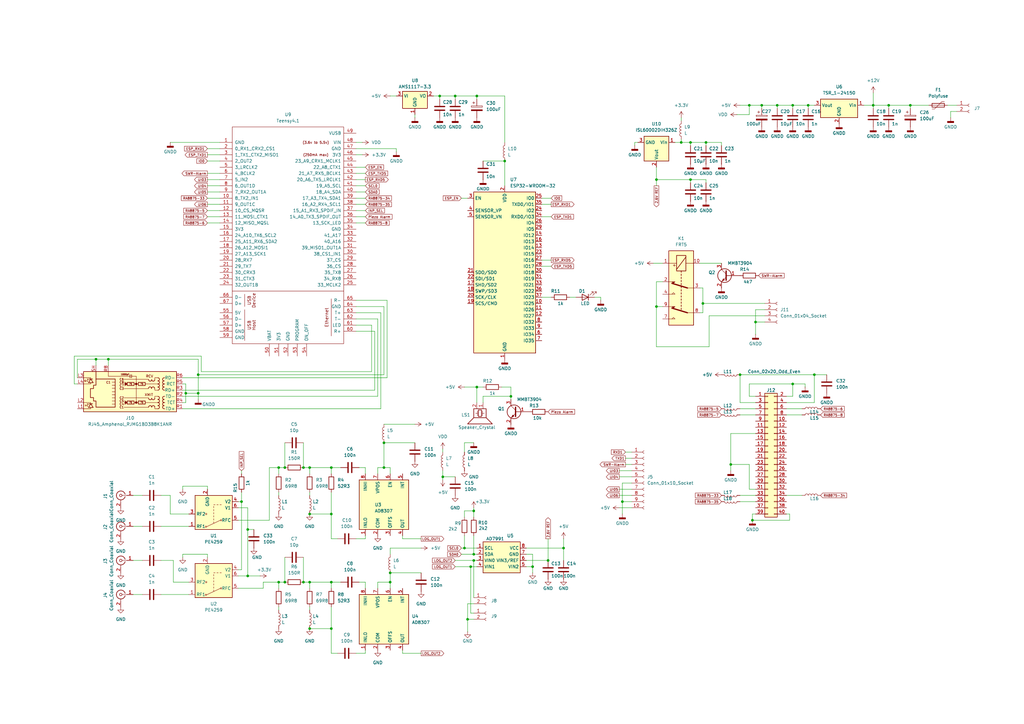
<source format=kicad_sch>
(kicad_sch (version 20231120) (generator "eeschema") (generator_version "8.0")
  (paper "A3")
  (lib_symbols
    (symbol "Connector:Conn_01x02_Socket" (pin_names (offset 1.016) hide)
      (property "Reference" "J" (at 0 2.54 0))
      (property "Value" "Conn_01x02_Socket" (at 0 -5.08 0))
      (symbol "Conn_01x02_Socket_1_1"
        (pin passive line (at -5.08 0 0) (length 3.81) (name "Pin_1") (number "1"))
        (pin passive line (at -5.08 -2.54 0) (length 3.81) (name "Pin_2") (number "2"))
      )
    )
    (symbol "Connector:Conn_01x04_Socket" (pin_names (offset 1.016) hide)
      (property "Reference" "J" (at 0 5.08 0))
      (property "Value" "Conn_01x04_Socket" (at 0 -7.62 0))
      (symbol "Conn_01x04_Socket_1_1"
        (pin passive line (at -5.08 2.54 0) (length 3.81) (name "Pin_1") (number "1"))
        (pin passive line (at -5.08 0 0) (length 3.81) (name "Pin_2") (number "2"))
        (pin passive line (at -5.08 -2.54 0) (length 3.81) (name "Pin_3") (number "3"))
        (pin passive line (at -5.08 -5.08 0) (length 3.81) (name "Pin_4") (number "4"))
      )
    )
    (symbol "Connector:Conn_01x10_Socket" (pin_names (offset 1.016) hide)
      (property "Reference" "J" (at 0 12.7 0))
      (property "Value" "Conn_01x10_Socket" (at 0 -15.24 0))
      (symbol "Conn_01x10_Socket_1_1"
        (pin passive line (at -5.08 10.16 0) (length 3.81) (name "Pin_1") (number "1"))
        (pin passive line (at -5.08 -12.7 0) (length 3.81) (name "Pin_10") (number "10"))
        (pin passive line (at -5.08 7.62 0) (length 3.81) (name "Pin_2") (number "2"))
        (pin passive line (at -5.08 5.08 0) (length 3.81) (name "Pin_3") (number "3"))
        (pin passive line (at -5.08 2.54 0) (length 3.81) (name "Pin_4") (number "4"))
        (pin passive line (at -5.08 0 0) (length 3.81) (name "Pin_5") (number "5"))
        (pin passive line (at -5.08 -2.54 0) (length 3.81) (name "Pin_6") (number "6"))
        (pin passive line (at -5.08 -5.08 0) (length 3.81) (name "Pin_7") (number "7"))
        (pin passive line (at -5.08 -7.62 0) (length 3.81) (name "Pin_8") (number "8"))
        (pin passive line (at -5.08 -10.16 0) (length 3.81) (name "Pin_9") (number "9"))
      )
    )
    (symbol "Connector:Conn_Coaxial" (pin_names (offset 1.016) hide)
      (property "Reference" "J" (at 0.254 3.048 0))
      (property "Value" "Conn_Coaxial" (at 2.921 0 90))
      (symbol "Conn_Coaxial_1_1"
        (pin passive line (at -5.08 0 0) (length 2.54) (name "In") (number "1"))
        (pin passive line (at 0 -5.08 90) (length 2.54) (name "Ext") (number "2"))
      )
    )
    (symbol "Connector:RJ45_Amphenol_RJMG1BD3B8K1ANR"
      (property "Reference" "J" (at 18.415 10.16 0))
      (property "Value" "RJ45_Amphenol_RJMG1BD3B8K1ANR" (at -19.05 10.16 0))
      (symbol "RJ45_Amphenol_RJMG1BD3B8K1ANR_0_0"
        (text "C1" (at 4.699 6.985 0) (effects (font (size 0.889 0.889))))
        (text "C1" (at 10.16 -3.175 0) (effects (font (size 0.889 0.889))))
        (text "C2" (at 4.699 3.175 0) (effects (font (size 0.889 0.889))))
        (text "C3" (at 4.699 -0.635 0) (effects (font (size 0.889 0.889))))
        (text "C4" (at 4.699 5.715 0) (effects (font (size 0.889 0.889))))
        (text "C5" (at 4.699 4.445 0) (effects (font (size 0.889 0.889))))
        (text "C6" (at 4.699 -4.445 0) (effects (font (size 0.889 0.889))))
        (text "C7" (at 4.699 -1.905 0) (effects (font (size 0.889 0.889))))
        (text "C8" (at 4.699 -3.175 0) (effects (font (size 0.889 0.889))))
        (text "RCV" (at -8.255 -5.715 0) (effects (font (size 1.016 1.016)) (justify left)))
        (text "XMIT" (at -8.255 1.905 0) (effects (font (size 1.016 1.016)) (justify left)))
      )
      (symbol "RJ45_Amphenol_RJMG1BD3B8K1ANR_1_0"
        (text "1000pF" (at 3.302 -6.477 0) (effects (font (size 0.635 0.635))))
      )
      (symbol "RJ45_Amphenol_RJMG1BD3B8K1ANR_1_1"
        (text "75" (at -3.556 -2.54 0) (effects (font (size 0.635 0.635))))
        (text "75" (at -3.556 5.08 0) (effects (font (size 0.635 0.635))))
        (text "75" (at 1.016 -2.54 0) (effects (font (size 0.635 0.635))))
        (text "75" (at 1.016 5.08 0) (effects (font (size 0.635 0.635))))
        (text "G" (at 19.685 -3.81 0) (effects (font (size 0.635 0.635))))
        (text "Y" (at 19.558 6.35 0) (effects (font (size 0.635 0.635))))
        (pin passive line (at 22.86 7.62 180) (length 2.54) (name "") (number "L1"))
        (pin passive line (at 22.86 5.08 180) (length 2.54) (name "") (number "L2"))
        (pin passive line (at 22.86 -5.08 180) (length 2.54) (name "") (number "L3"))
        (pin passive line (at 22.86 -2.54 180) (length 2.54) (name "") (number "L4"))
        (pin passive line (at -20.32 7.62 0) (length 2.54) (name "TD+") (number "R1"))
        (pin passive line (at -20.32 2.54 0) (length 2.54) (name "TD-") (number "R2"))
        (pin passive line (at -20.32 0 0) (length 2.54) (name "RD+") (number "R3"))
        (pin passive line (at -20.32 5.08 0) (length 2.54) (name "TCT") (number "R4"))
        (pin passive line (at -20.32 -2.54 0) (length 2.54) (name "RCT") (number "R5"))
        (pin passive line (at -20.32 -5.08 0) (length 2.54) (name "RD-") (number "R6"))
        (pin no_connect line (at 20.32 0 0) (length 0) hide (name "NC") (number "R7"))
        (pin power_in line (at 10.16 -10.16 90) (length 2.54) (name "") (number "R8"))
        (pin passive line (at 15.24 -10.16 90) (length 2.54) (name "") (number "SH"))
      )
    )
    (symbol "Connector_Generic:Conn_02x20_Odd_Even" (pin_names (offset 1.016) hide)
      (property "Reference" "J" (at 1.27 25.4 0))
      (property "Value" "Conn_02x20_Odd_Even" (at 1.27 -27.94 0))
      (symbol "Conn_02x20_Odd_Even_1_1"
        (pin passive line (at -5.08 22.86 0) (length 3.81) (name "Pin_1") (number "1"))
        (pin passive line (at 7.62 12.7 180) (length 3.81) (name "Pin_10") (number "10"))
        (pin passive line (at -5.08 10.16 0) (length 3.81) (name "Pin_11") (number "11"))
        (pin passive line (at 7.62 10.16 180) (length 3.81) (name "Pin_12") (number "12"))
        (pin passive line (at -5.08 7.62 0) (length 3.81) (name "Pin_13") (number "13"))
        (pin passive line (at 7.62 7.62 180) (length 3.81) (name "Pin_14") (number "14"))
        (pin passive line (at -5.08 5.08 0) (length 3.81) (name "Pin_15") (number "15"))
        (pin passive line (at 7.62 5.08 180) (length 3.81) (name "Pin_16") (number "16"))
        (pin passive line (at -5.08 2.54 0) (length 3.81) (name "Pin_17") (number "17"))
        (pin passive line (at 7.62 2.54 180) (length 3.81) (name "Pin_18") (number "18"))
        (pin passive line (at -5.08 0 0) (length 3.81) (name "Pin_19") (number "19"))
        (pin passive line (at 7.62 22.86 180) (length 3.81) (name "Pin_2") (number "2"))
        (pin passive line (at 7.62 0 180) (length 3.81) (name "Pin_20") (number "20"))
        (pin passive line (at -5.08 -2.54 0) (length 3.81) (name "Pin_21") (number "21"))
        (pin passive line (at 7.62 -2.54 180) (length 3.81) (name "Pin_22") (number "22"))
        (pin passive line (at -5.08 -5.08 0) (length 3.81) (name "Pin_23") (number "23"))
        (pin passive line (at 7.62 -5.08 180) (length 3.81) (name "Pin_24") (number "24"))
        (pin passive line (at -5.08 -7.62 0) (length 3.81) (name "Pin_25") (number "25"))
        (pin passive line (at 7.62 -7.62 180) (length 3.81) (name "Pin_26") (number "26"))
        (pin passive line (at -5.08 -10.16 0) (length 3.81) (name "Pin_27") (number "27"))
        (pin passive line (at 7.62 -10.16 180) (length 3.81) (name "Pin_28") (number "28"))
        (pin passive line (at -5.08 -12.7 0) (length 3.81) (name "Pin_29") (number "29"))
        (pin passive line (at -5.08 20.32 0) (length 3.81) (name "Pin_3") (number "3"))
        (pin passive line (at 7.62 -12.7 180) (length 3.81) (name "Pin_30") (number "30"))
        (pin passive line (at -5.08 -15.24 0) (length 3.81) (name "Pin_31") (number "31"))
        (pin passive line (at 7.62 -15.24 180) (length 3.81) (name "Pin_32") (number "32"))
        (pin passive line (at -5.08 -17.78 0) (length 3.81) (name "Pin_33") (number "33"))
        (pin passive line (at 7.62 -17.78 180) (length 3.81) (name "Pin_34") (number "34"))
        (pin passive line (at -5.08 -20.32 0) (length 3.81) (name "Pin_35") (number "35"))
        (pin passive line (at 7.62 -20.32 180) (length 3.81) (name "Pin_36") (number "36"))
        (pin passive line (at -5.08 -22.86 0) (length 3.81) (name "Pin_37") (number "37"))
        (pin passive line (at 7.62 -22.86 180) (length 3.81) (name "Pin_38") (number "38"))
        (pin passive line (at -5.08 -25.4 0) (length 3.81) (name "Pin_39") (number "39"))
        (pin passive line (at 7.62 20.32 180) (length 3.81) (name "Pin_4") (number "4"))
        (pin passive line (at 7.62 -25.4 180) (length 3.81) (name "Pin_40") (number "40"))
        (pin passive line (at -5.08 17.78 0) (length 3.81) (name "Pin_5") (number "5"))
        (pin passive line (at 7.62 17.78 180) (length 3.81) (name "Pin_6") (number "6"))
        (pin passive line (at -5.08 15.24 0) (length 3.81) (name "Pin_7") (number "7"))
        (pin passive line (at 7.62 15.24 180) (length 3.81) (name "Pin_8") (number "8"))
        (pin passive line (at -5.08 12.7 0) (length 3.81) (name "Pin_9") (number "9"))
      )
    )
    (symbol "Device:C" (pin_numbers hide) (pin_names (offset 0.254))
      (property "Reference" "C" (at 0.635 2.54 0))
      (property "Value" "C" (at 0.635 -2.54 0))
      (symbol "C_1_1"
        (pin passive line (at 0 3.81 270) (length 2.794) (name "~") (number "1"))
        (pin passive line (at 0 -3.81 90) (length 2.794) (name "~") (number "2"))
      )
    )
    (symbol "Device:C_Polarized" (pin_numbers hide) (pin_names (offset 0.254))
      (property "Reference" "C" (at 0.635 2.54 0))
      (property "Value" "C_Polarized" (at 0.635 -2.54 0))
      (symbol "C_Polarized_1_1"
        (pin passive line (at 0 3.81 270) (length 2.794) (name "~") (number "1"))
        (pin passive line (at 0 -3.81 90) (length 2.794) (name "~") (number "2"))
      )
    )
    (symbol "Device:L" (pin_numbers hide) (pin_names (offset 1.016) hide)
      (property "Reference" "L" (at -1.27 0 90))
      (property "Value" "L" (at 1.905 0 90))
      (symbol "L_1_1"
        (pin passive line (at 0 3.81 270) (length 1.27) (name "1") (number "1"))
        (pin passive line (at 0 -3.81 90) (length 1.27) (name "2") (number "2"))
      )
    )
    (symbol "Device:LED" (pin_numbers hide) (pin_names (offset 1.016) hide)
      (property "Reference" "D" (at 0 2.54 0))
      (property "Value" "LED" (at 0 -2.54 0))
      (symbol "LED_1_1"
        (pin passive line (at -3.81 0 0) (length 2.54) (name "K") (number "1"))
        (pin passive line (at 3.81 0 180) (length 2.54) (name "A") (number "2"))
      )
    )
    (symbol "Device:Polyfuse" (pin_numbers hide) (pin_names (offset 0))
      (property "Reference" "F" (at -2.54 0 90))
      (property "Value" "Polyfuse" (at 2.54 0 90))
      (symbol "Polyfuse_1_1"
        (pin passive line (at 0 3.81 270) (length 1.27) (name "~") (number "1"))
        (pin passive line (at 0 -3.81 90) (length 1.27) (name "~") (number "2"))
      )
    )
    (symbol "Device:Speaker_Crystal" (pin_names (offset 0) hide)
      (property "Reference" "LS" (at 0.635 5.715 0))
      (property "Value" "Speaker_Crystal" (at 0.635 3.81 0))
      (symbol "Speaker_Crystal_1_1"
        (pin input line (at -5.08 0 0) (length 2.54) (name "1") (number "1"))
        (pin input line (at -5.08 -2.54 0) (length 2.54) (name "2") (number "2"))
      )
    )
    (symbol "Driver_LED:MPQ3362GJ-AEC1"
      (property "Reference" "U5" (at 2.1941 10.16 0))
      (property "Value" "AD7991" (at -6.35 8.89 0))
      (symbol "MPQ3362GJ-AEC1_1_1"
        (pin input line (at -10.16 5.08 0) (length 2.54) (name "SCL") (number "1"))
        (pin input line (at -10.16 2.54 0) (length 2.54) (name "SDA") (number "2"))
        (pin input line (at -10.16 0 0) (length 2.54) (name "VIN0") (number "3"))
        (pin input line (at -10.16 -2.54 0) (length 2.54) (name "VIN1") (number "4"))
        (pin input line (at 10.16 -2.54 180) (length 2.54) (name "VIN2") (number "5"))
        (pin input line (at 10.16 0 180) (length 2.54) (name "VIN3/REF") (number "6"))
        (pin power_in line (at 10.16 2.54 180) (length 2.54) (name "GND") (number "7"))
        (pin power_in line (at 10.16 5.08 180) (length 2.54) (name "VCC") (number "8"))
      )
    )
    (symbol "LOG_RF_Amplifier:AD8313xRM"
      (property "Reference" "U" (at 1.524 1.524 0))
      (property "Value" "AD8307" (at 4.572 -1.524 0))
      (symbol "AD8313xRM_1_1"
        (pin input line (at -7.62 -12.7 90) (length 2.54) (name "INLO") (number "1"))
        (pin power_in line (at -2.54 -12.7 90) (length 2.54) (name "COM") (number "2"))
        (pin input line (at 2.54 -12.7 90) (length 2.54) (name "OFFS") (number "3"))
        (pin output line (at 7.62 -12.7 90) (length 2.54) (name "OUT") (number "4"))
        (pin input line (at 7.62 12.7 270) (length 2.54) (name "INT") (number "5"))
        (pin input line (at 2.54 12.7 270) (length 2.54) (name "EN") (number "6"))
        (pin power_in line (at -2.54 12.7 270) (length 2.54) (name "VPOS") (number "7"))
        (pin input line (at -7.62 12.7 270) (length 2.54) (name "INHI") (number "8"))
      )
    )
    (symbol "RF_Module:ESP32-WROOM-32"
      (property "Reference" "U" (at -12.7 34.29 0))
      (property "Value" "ESP32-WROOM-32" (at 1.27 34.29 0))
      (symbol "ESP32-WROOM-32_1_1"
        (pin power_in line (at 0 -35.56 90) (length 2.54) (name "GND") (number "1"))
        (pin bidirectional line (at 15.24 -12.7 180) (length 2.54) (name "IO25") (number "10"))
        (pin bidirectional line (at 15.24 -15.24 180) (length 2.54) (name "IO26") (number "11"))
        (pin bidirectional line (at 15.24 -17.78 180) (length 2.54) (name "IO27") (number "12"))
        (pin bidirectional line (at 15.24 10.16 180) (length 2.54) (name "IO14") (number "13"))
        (pin bidirectional line (at 15.24 15.24 180) (length 2.54) (name "IO12") (number "14"))
        (pin passive line (at 0 -35.56 90) (length 2.54) hide (name "GND") (number "15"))
        (pin bidirectional line (at 15.24 12.7 180) (length 2.54) (name "IO13") (number "16"))
        (pin bidirectional line (at -15.24 -5.08 0) (length 2.54) (name "SHD/SD2") (number "17"))
        (pin bidirectional line (at -15.24 -7.62 0) (length 2.54) (name "SWP/SD3") (number "18"))
        (pin bidirectional line (at -15.24 -12.7 0) (length 2.54) (name "SCS/CMD") (number "19"))
        (pin power_in line (at 0 35.56 270) (length 2.54) (name "VDD") (number "2"))
        (pin bidirectional line (at -15.24 -10.16 0) (length 2.54) (name "SCK/CLK") (number "20"))
        (pin bidirectional line (at -15.24 0 0) (length 2.54) (name "SDO/SD0") (number "21"))
        (pin bidirectional line (at -15.24 -2.54 0) (length 2.54) (name "SDI/SD1") (number "22"))
        (pin bidirectional line (at 15.24 7.62 180) (length 2.54) (name "IO15") (number "23"))
        (pin bidirectional line (at 15.24 25.4 180) (length 2.54) (name "IO2") (number "24"))
        (pin bidirectional line (at 15.24 30.48 180) (length 2.54) (name "IO0") (number "25"))
        (pin bidirectional line (at 15.24 20.32 180) (length 2.54) (name "IO4") (number "26"))
        (pin bidirectional line (at 15.24 5.08 180) (length 2.54) (name "IO16") (number "27"))
        (pin bidirectional line (at 15.24 2.54 180) (length 2.54) (name "IO17") (number "28"))
        (pin bidirectional line (at 15.24 17.78 180) (length 2.54) (name "IO5") (number "29"))
        (pin input line (at -15.24 30.48 0) (length 2.54) (name "EN") (number "3"))
        (pin bidirectional line (at 15.24 0 180) (length 2.54) (name "IO18") (number "30"))
        (pin bidirectional line (at 15.24 -2.54 180) (length 2.54) (name "IO19") (number "31"))
        (pin no_connect line (at -12.7 -27.94 0) (length 2.54) hide (name "NC") (number "32"))
        (pin bidirectional line (at 15.24 -5.08 180) (length 2.54) (name "IO21") (number "33"))
        (pin bidirectional line (at 15.24 22.86 180) (length 2.54) (name "RXD0/IO3") (number "34"))
        (pin bidirectional line (at 15.24 27.94 180) (length 2.54) (name "TXD0/IO1") (number "35"))
        (pin bidirectional line (at 15.24 -7.62 180) (length 2.54) (name "IO22") (number "36"))
        (pin bidirectional line (at 15.24 -10.16 180) (length 2.54) (name "IO23") (number "37"))
        (pin passive line (at 0 -35.56 90) (length 2.54) hide (name "GND") (number "38"))
        (pin passive line (at 0 -35.56 90) (length 2.54) hide (name "GND") (number "39"))
        (pin input line (at -15.24 25.4 0) (length 2.54) (name "SENSOR_VP") (number "4"))
        (pin input line (at -15.24 22.86 0) (length 2.54) (name "SENSOR_VN") (number "5"))
        (pin input line (at 15.24 -25.4 180) (length 2.54) (name "IO34") (number "6"))
        (pin input line (at 15.24 -27.94 180) (length 2.54) (name "IO35") (number "7"))
        (pin bidirectional line (at 15.24 -20.32 180) (length 2.54) (name "IO32") (number "8"))
        (pin bidirectional line (at 15.24 -22.86 180) (length 2.54) (name "IO33") (number "9"))
      )
    )
    (symbol "RF_Switch:MASWSS0179"
      (property "Reference" "U" (at -7.62 7.62 0))
      (property "Value" "MASWSS0179" (at 3.81 7.62 0))
      (symbol "MASWSS0179_1_1"
        (pin passive line (at 10.16 5.08 180) (length 2.54) (name "RF1") (number "1"))
        (pin power_in line (at 2.54 -10.16 90) (length 2.54) (name "GND") (number "2"))
        (pin passive line (at 10.16 0 180) (length 2.54) (name "RF2") (number "3"))
        (pin input line (at -10.16 -5.08 0) (length 2.54) (name "V2") (number "4"))
        (pin passive line (at -10.16 2.54 0) (length 2.54) (name "RFC") (number "5"))
        (pin input line (at -10.16 -2.54 0) (length 2.54) (name "V1") (number "6"))
      )
    )
    (symbol "Reference_Voltage:ISL21070CIH325Z-TK"
      (property "Reference" "U" (at -0.635 8.255 0))
      (property "Value" "ISL21070CIH325Z-TK" (at -1.905 6.35 0))
      (symbol "ISL21070CIH325Z-TK_1_1"
        (pin power_in line (at -2.54 7.62 270) (length 2.54) (name "Vin") (number "1"))
        (pin power_out line (at 7.62 0 180) (length 2.54) (name "Vout") (number "2"))
        (pin power_in line (at -2.54 -7.62 90) (length 2.54) (name "GND") (number "3"))
      )
    )
    (symbol "Regulator_Linear:AMS1117-3.3"
      (property "Reference" "U" (at -3.81 3.175 0))
      (property "Value" "AMS1117-3.3" (at 0 3.175 0))
      (symbol "AMS1117-3.3_1_1"
        (pin power_in line (at 0 -7.62 90) (length 2.54) (name "GND") (number "1"))
        (pin power_out line (at 7.62 0 180) (length 2.54) (name "VO") (number "2"))
        (pin power_in line (at -7.62 0 0) (length 2.54) (name "VI") (number "3"))
      )
    )
    (symbol "Regulator_Switching:TSR_1-24150"
      (property "Reference" "U" (at -7.62 6.35 0))
      (property "Value" "TSR_1-24150" (at -1.27 6.35 0))
      (symbol "TSR_1-24150_1_1"
        (pin power_in line (at -10.16 2.54 0) (length 2.54) (name "Vin") (number "1"))
        (pin power_in line (at 0 -5.08 90) (length 2.54) (name "GND") (number "2"))
        (pin power_out line (at 10.16 2.54 180) (length 2.54) (name "Vout") (number "3"))
      )
    )
    (symbol "Relay:FRT5"
      (property "Reference" "K" (at 16.51 3.81 0))
      (property "Value" "FRT5" (at 16.51 1.27 0))
      (symbol "FRT5_0_0"
        (text "+" (at -9.271 2.921 0) (effects (font (size 1.27 1.27))))
      )
      (symbol "FRT5_1_1"
        (pin passive line (at -10.16 7.62 270) (length 2.54) (name "~") (number "1"))
        (pin passive line (at -10.16 -7.62 90) (length 2.54) (name "~") (number "10"))
        (pin passive line (at -2.54 7.62 270) (length 2.54) (name "~") (number "2"))
        (pin passive line (at 0 -7.62 90) (length 2.54) (name "~") (number "3"))
        (pin passive line (at 2.54 7.62 270) (length 2.54) (name "~") (number "4"))
        (pin passive line (at 12.7 7.62 270) (length 2.54) (name "~") (number "7"))
        (pin passive line (at 10.16 -7.62 90) (length 2.54) (name "~") (number "8"))
        (pin passive line (at 7.62 7.62 270) (length 2.54) (name "~") (number "9"))
      )
    )
    (symbol "Transistor_BJT:MMBT3904" (pin_names (offset 0) hide)
      (property "Reference" "Q" (at 5.08 1.905 0))
      (property "Value" "MMBT3904" (at 5.08 0 0))
      (symbol "MMBT3904_1_1"
        (pin input line (at -5.08 0 0) (length 5.715) (name "B") (number "1"))
        (pin passive line (at 2.54 -5.08 90) (length 2.54) (name "E") (number "2"))
        (pin passive line (at 2.54 5.08 270) (length 2.54) (name "C") (number "3"))
      )
    )
    (symbol "dual_rotary_encoder_switch:R" (pin_numbers hide) (pin_names (offset 0))
      (property "Reference" "R" (at 2.032 0 90))
      (property "Value" "R" (at 0 0 90))
      (symbol "R_1_1"
        (pin passive line (at 0 3.81 270) (length 1.27) (name "~") (number "1"))
        (pin passive line (at 0 -3.81 90) (length 1.27) (name "~") (number "2"))
      )
    )
    (symbol "power:+12V" (power) (pin_numbers hide) (pin_names (offset 0) hide)
      (property "Value" "+12V" (at 0 3.556 0))
      (symbol "+12V_1_1"
        (pin power_in line (at 0 0 90) (length 0) (name "~") (number "1"))
      )
    )
    (symbol "power:+3.3V" (power) (pin_numbers hide) (pin_names (offset 0) hide)
      (property "Value" "+3.3V" (at 0 3.556 0))
      (symbol "+3.3V_1_1"
        (pin power_in line (at 0 0 90) (length 0) (name "~") (number "1"))
      )
    )
    (symbol "power:+5V" (power) (pin_numbers hide) (pin_names (offset 0) hide)
      (property "Value" "+5V" (at 0 3.556 0))
      (symbol "+5V_1_1"
        (pin power_in line (at 0 0 90) (length 0) (name "~") (number "1"))
      )
    )
    (symbol "power:GND" (power) (pin_numbers hide) (pin_names (offset 0) hide)
      (property "Value" "GND" (at 0 -3.81 0))
      (symbol "GND_1_1"
        (pin power_in line (at 0 0 270) (length 0) (name "~") (number "1"))
      )
    )
    (symbol "power:GNDD" (power) (pin_numbers hide) (pin_names (offset 0) hide)
      (property "Value" "GNDD" (at 0 -3.175 0))
      (symbol "GNDD_1_1"
        (pin power_in line (at 0 0 270) (length 0) (name "~") (number "1"))
      )
    )
    (symbol "power:VDD" (power) (pin_numbers hide) (pin_names (offset 0) hide)
      (property "Value" "VDD" (at 0 3.556 0))
      (symbol "VDD_1_1"
        (pin power_in line (at 0 0 90) (length 0) (name "~") (number "1"))
      )
    )
    (symbol "teensy:Teensy4.1" (pin_names (offset 1.016))
      (property "Reference" "U" (at 0 64.77 0))
      (property "Value" "Teensy4.1" (at 0 62.23 0))
      (symbol "Teensy4.1_0_0"
        (text "(250mA max)" (at 11.43 49.53 0) (effects (font (size 1.016 1.016))))
        (text "(3.6v to 5.5v)" (at 11.43 54.61 0) (effects (font (size 1.016 1.016))))
        (text "Device" (at -13.97 -10.16 900) (effects (font (size 1.27 1.27))))
        (text "Ethernet" (at 15.875 -17.145 900) (effects (font (size 1.27 1.27))))
        (text "Host" (at -13.97 -20.32 900) (effects (font (size 1.27 1.27))))
        (text "USB" (at -15.875 -20.32 900) (effects (font (size 1.27 1.27))))
        (text "USB" (at -15.875 -10.16 900) (effects (font (size 1.27 1.27))))
        (pin bidirectional line (at -27.94 31.75 0) (length 5.08) (name "8_TX2_IN1") (number "10"))
        (pin bidirectional line (at -27.94 29.21 0) (length 5.08) (name "9_OUT1C") (number "11"))
        (pin bidirectional line (at -27.94 26.67 0) (length 5.08) (name "10_CS_MQSR") (number "12"))
        (pin bidirectional line (at -27.94 24.13 0) (length 5.08) (name "11_MOSI_CTX1") (number "13"))
        (pin bidirectional line (at -27.94 21.59 0) (length 5.08) (name "12_MISO_MQSL") (number "14"))
        (pin power_in line (at -27.94 19.05 0) (length 5.08) (name "3V3") (number "15"))
        (pin bidirectional line (at -27.94 16.51 0) (length 5.08) (name "24_A10_TX6_SCL2") (number "16"))
        (pin bidirectional line (at -27.94 13.97 0) (length 5.08) (name "25_A11_RX6_SDA2") (number "17"))
        (pin bidirectional line (at -27.94 11.43 0) (length 5.08) (name "26_A12_MOSI1") (number "18"))
        (pin bidirectional line (at -27.94 8.89 0) (length 5.08) (name "27_A13_SCK1") (number "19"))
        (pin bidirectional line (at -27.94 6.35 0) (length 5.08) (name "28_RX7") (number "20"))
        (pin bidirectional line (at -27.94 3.81 0) (length 5.08) (name "29_TX7") (number "21"))
        (pin bidirectional line (at -27.94 1.27 0) (length 5.08) (name "30_CRX3") (number "22"))
        (pin bidirectional line (at -27.94 -1.27 0) (length 5.08) (name "31_CTX3") (number "23"))
        (pin bidirectional line (at -27.94 -3.81 0) (length 5.08) (name "32_OUT1B") (number "24"))
        (pin bidirectional line (at 27.94 -3.81 180) (length 5.08) (name "33_MCLK2") (number "25"))
        (pin bidirectional line (at 27.94 -1.27 180) (length 5.08) (name "34_RX8") (number "26"))
        (pin bidirectional line (at 27.94 1.27 180) (length 5.08) (name "35_TX8") (number "27"))
        (pin bidirectional line (at 27.94 3.81 180) (length 5.08) (name "36_CS") (number "28"))
        (pin bidirectional line (at 27.94 6.35 180) (length 5.08) (name "37_CS") (number "29"))
        (pin bidirectional line (at 27.94 8.89 180) (length 5.08) (name "38_CS1_IN1") (number "30"))
        (pin bidirectional line (at 27.94 11.43 180) (length 5.08) (name "39_MISO1_OUT1A") (number "31"))
        (pin bidirectional line (at 27.94 13.97 180) (length 5.08) (name "40_A16") (number "32"))
        (pin bidirectional line (at 27.94 16.51 180) (length 5.08) (name "41_A17") (number "33"))
        (pin bidirectional line (at 27.94 21.59 180) (length 5.08) (name "13_SCK_LED") (number "35"))
        (pin bidirectional line (at 27.94 24.13 180) (length 5.08) (name "14_A0_TX3_SPDIF_OUT") (number "36"))
        (pin bidirectional line (at 27.94 26.67 180) (length 5.08) (name "15_A1_RX3_SPDIF_IN") (number "37"))
        (pin bidirectional line (at 27.94 29.21 180) (length 5.08) (name "16_A2_RX4_SCL1") (number "38"))
        (pin bidirectional line (at 27.94 31.75 180) (length 5.08) (name "17_A3_TX4_SDA1") (number "39"))
        (pin bidirectional line (at 27.94 34.29 180) (length 5.08) (name "18_A4_SDA") (number "40"))
        (pin bidirectional line (at 27.94 36.83 180) (length 5.08) (name "19_A5_SCL") (number "41"))
        (pin bidirectional line (at 27.94 39.37 180) (length 5.08) (name "20_A6_TX5_LRCLK1") (number "42"))
        (pin bidirectional line (at 27.94 41.91 180) (length 5.08) (name "21_A7_RX5_BCLK1") (number "43"))
        (pin bidirectional line (at 27.94 44.45 180) (length 5.08) (name "22_A8_CTX1") (number "44"))
        (pin bidirectional line (at 27.94 46.99 180) (length 5.08) (name "23_A9_CRX1_MCLK1") (number "45"))
        (pin output line (at 27.94 49.53 180) (length 5.08) (name "3V3") (number "46"))
        (pin output line (at 27.94 52.07 180) (length 5.08) (name "GND") (number "47"))
        (pin power_in line (at 27.94 54.61 180) (length 5.08) (name "VIN") (number "48"))
        (pin power_out line (at 27.94 58.42 180) (length 5.08) (name "VUSB") (number "49"))
        (pin bidirectional line (at -27.94 44.45 0) (length 5.08) (name "3_LRCLK2") (number "5"))
        (pin power_in line (at -7.62 -33.02 90) (length 5.08) (name "VBAT") (number "50"))
        (pin power_in line (at -3.81 -33.02 90) (length 5.08) (name "3V3") (number "51"))
        (pin input line (at 0 -33.02 90) (length 5.08) (name "GND") (number "52"))
        (pin input line (at 3.81 -33.02 90) (length 5.08) (name "PROGRAM") (number "53"))
        (pin input line (at 7.62 -33.02 90) (length 5.08) (name "ON_OFF") (number "54"))
        (pin power_out line (at -27.94 -15.24 0) (length 5.08) (name "5V") (number "55"))
        (pin bidirectional line (at -27.94 -17.78 0) (length 5.08) (name "D-") (number "56"))
        (pin bidirectional line (at -27.94 -20.32 0) (length 5.08) (name "D+") (number "57"))
        (pin power_in line (at -27.94 -22.86 0) (length 5.08) (name "GND") (number "58"))
        (pin power_in line (at -27.94 -25.4 0) (length 5.08) (name "GND") (number "59"))
        (pin bidirectional line (at -27.94 41.91 0) (length 5.08) (name "4_BCLK2") (number "6"))
        (pin bidirectional line (at 27.94 -22.86 180) (length 5.08) (name "R+") (number "60"))
        (pin bidirectional line (at 27.94 -20.32 180) (length 5.08) (name "LED") (number "61"))
        (pin bidirectional line (at 27.94 -17.78 180) (length 5.08) (name "T-") (number "62"))
        (pin bidirectional line (at 27.94 -15.24 180) (length 5.08) (name "T+") (number "63"))
        (pin power_in line (at 27.94 -12.7 180) (length 5.08) (name "GND") (number "64"))
        (pin bidirectional line (at 27.94 -10.16 180) (length 5.08) (name "R-") (number "65"))
        (pin bidirectional line (at -27.94 -8.89 0) (length 5.08) (name "D-") (number "66"))
        (pin bidirectional line (at -27.94 -11.43 0) (length 5.08) (name "D+") (number "67"))
        (pin bidirectional line (at -27.94 39.37 0) (length 5.08) (name "5_IN2") (number "7"))
        (pin bidirectional line (at -27.94 36.83 0) (length 5.08) (name "6_OUT1D") (number "8"))
        (pin bidirectional line (at -27.94 34.29 0) (length 5.08) (name "7_RX2_OUT1A") (number "9"))
      )
      (symbol "Teensy4.1_1_1"
        (pin power_in line (at -27.94 54.61 0) (length 5.08) (name "GND") (number "1"))
        (pin bidirectional line (at -27.94 52.07 0) (length 5.08) (name "0_RX1_CRX2_CS1") (number "2"))
        (pin bidirectional line (at -27.94 49.53 0) (length 5.08) (name "1_TX1_CTX2_MISO1") (number "3"))
        (pin power_in line (at 27.94 19.05 180) (length 5.08) (name "GND") (number "34"))
        (pin bidirectional line (at -27.94 46.99 0) (length 5.08) (name "2_OUT2") (number "4"))
      )
    )
  )
  (junction (at 181.61 195.58))
  (junction (at 299.72 190.5))
  (junction (at 186.69 39.37))
  (junction (at 114.3 238.76))
  (junction (at 325.12 43.18))
  (junction (at 334.01 153.67))
  (junction (at 308.61 213.36))
  (junction (at 101.6 217.17))
  (junction (at 160.02 234.95))
  (junction (at 135.89 191.77))
  (junction (at 127 257.81))
  (junction (at 283.21 73.66))
  (junction (at 373.38 43.18))
  (junction (at 231.14 224.79))
  (junction (at 160.02 238.76))
  (junction (at 218.44 232.41))
  (junction (at 81.28 153.67))
  (junction (at 76.2 161.29))
  (junction (at 288.29 124.46))
  (junction (at 135.89 210.82))
  (junction (at 39.37 147.32))
  (junction (at 195.58 39.37))
  (junction (at 207.01 66.04))
  (junction (at 279.4 58.42))
  (junction (at 364.49 43.18))
  (junction (at 318.77 43.18))
  (junction (at 127 238.76))
  (junction (at 191.77 254))
  (junction (at 116.84 238.76))
  (junction (at 127 191.77))
  (junction (at 114.3 191.77))
  (junction (at 116.84 191.77))
  (junction (at 194.31 209.55))
  (junction (at 195.58 158.75))
  (junction (at 127 210.82))
  (junction (at 124.46 191.77))
  (junction (at 325.12 157.48))
  (junction (at 194.31 227.33))
  (junction (at 190.5 224.79))
  (junction (at 255.27 205.74))
  (junction (at 331.47 43.18))
  (junction (at 124.46 238.76))
  (junction (at 135.89 257.81))
  (junction (at 312.42 43.18))
  (junction (at 224.79 229.87))
  (junction (at 135.89 238.76))
  (junction (at 157.48 181.61))
  (junction (at 81.28 161.29))
  (junction (at 269.24 125.73))
  (junction (at 269.24 73.66))
  (junction (at 358.14 43.18))
  (junction (at 309.88 132.08))
  (junction (at 193.04 232.41))
  (junction (at 194.31 229.87))
  (junction (at 101.6 236.22))
  (junction (at 209.55 162.56))
  (junction (at 283.21 58.42))
  (junction (at 289.56 58.42))
  (junction (at 303.53 153.67))
  (junction (at 99.06 205.74))
  (junction (at 307.34 43.18))
  (junction (at 157.48 191.77))
  (junction (at 180.34 39.37))
  (junction (at 44.45 147.32))
  (wire (pts (xy 127 201.93) (xy 127 203.2)))
  (wire (pts (xy 154.94 194.31) (xy 154.94 191.77)))
  (wire (pts (xy 205.74 158.75) (xy 209.55 158.75)))
  (wire (pts (xy 255.27 198.12) (xy 255.27 205.74)))
  (wire (pts (xy 99.06 205.74) (xy 99.06 233.68)))
  (wire (pts (xy 283.21 73.66) (xy 289.56 73.66)))
  (wire (pts (xy 243.84 121.92) (xy 246.38 121.92)))
  (wire (pts (xy 222.25 121.92) (xy 226.06 121.92)))
  (wire (pts (xy 74.93 199.39) (xy 74.93 200.66)))
  (wire (pts (xy 44.45 147.32) (xy 81.28 147.32)))
  (wire (pts (xy 254 203.2) (xy 259.08 203.2)))
  (wire (pts (xy 373.38 43.18) (xy 381 43.18)))
  (wire (pts (xy 157.48 153.67) (xy 81.28 153.67)))
  (wire (pts (xy 146.05 63.5) (xy 148.59 63.5)))
  (wire (pts (xy 85.09 200.66) (xy 85.09 199.39)))
  (wire (pts (xy 222.25 106.68) (xy 226.06 106.68)))
  (wire (pts (xy 307.34 46.99) (xy 307.34 43.18)))
  (wire (pts (xy 389.89 45.72) (xy 389.89 48.26)))
  (wire (pts (xy 149.86 86.36) (xy 146.05 86.36)))
  (wire (pts (xy 260.35 58.42) (xy 260.35 59.69)))
  (wire (pts (xy 154.94 238.76) (xy 160.02 238.76)))
  (wire (pts (xy 101.6 236.22) (xy 106.68 236.22)))
  (wire (pts (xy 290.83 129.54) (xy 290.83 142.24)))
  (wire (pts (xy 149.86 238.76) (xy 149.86 241.3)))
  (wire (pts (xy 269.24 68.58) (xy 269.24 73.66)))
  (wire (pts (xy 157.48 191.77) (xy 160.02 191.77)))
  (wire (pts (xy 189.23 227.33) (xy 194.31 227.33)))
  (wire (pts (xy 146.05 267.97) (xy 149.86 267.97)))
  (wire (pts (xy 110.49 213.36) (xy 110.49 191.77)))
  (wire (pts (xy 135.89 238.76) (xy 135.89 241.3)))
  (wire (pts (xy 325.12 43.18) (xy 325.12 44.45)))
  (wire (pts (xy 54.61 215.9) (xy 58.42 215.9)))
  (wire (pts (xy 54.61 203.2) (xy 58.42 203.2)))
  (wire (pts (xy 160.02 39.37) (xy 162.56 39.37)))
  (wire (pts (xy 160.02 191.77) (xy 160.02 194.31)))
  (wire (pts (xy 153.67 135.89) (xy 153.67 160.02)))
  (wire (pts (xy 76.2 161.29) (xy 76.2 157.48)))
  (wire (pts (xy 309.88 127) (xy 309.88 132.08)))
  (wire (pts (xy 358.14 43.18) (xy 364.49 43.18)))
  (wire (pts (xy 325.12 162.56) (xy 322.58 162.56)))
  (wire (pts (xy 149.86 78.74) (xy 146.05 78.74)))
  (wire (pts (xy 66.04 215.9) (xy 77.47 215.9)))
  (wire (pts (xy 307.34 200.66) (xy 307.34 190.5)))
  (wire (pts (xy 101.6 236.22) (xy 101.6 217.17)))
  (wire (pts (xy 165.1 220.98) (xy 172.72 220.98)))
  (wire (pts (xy 194.31 219.71) (xy 194.31 227.33)))
  (wire (pts (xy 218.44 227.33) (xy 215.9 227.33)))
  (wire (pts (xy 147.32 191.77) (xy 149.86 191.77)))
  (wire (pts (xy 194.31 227.33) (xy 195.58 227.33)))
  (wire (pts (xy 85.09 63.5) (xy 90.17 63.5)))
  (wire (pts (xy 85.09 66.04) (xy 90.17 66.04)))
  (wire (pts (xy 190.5 224.79) (xy 195.58 224.79)))
  (wire (pts (xy 99.06 201.93) (xy 99.06 205.74)))
  (wire (pts (xy 373.38 43.18) (xy 373.38 44.45)))
  (wire (pts (xy 107.95 241.3) (xy 107.95 238.76)))
  (wire (pts (xy 302.26 46.99) (xy 307.34 46.99)))
  (wire (pts (xy 124.46 238.76) (xy 127 238.76)))
  (wire (pts (xy 288.29 128.27) (xy 288.29 124.46)))
  (wire (pts (xy 288.29 124.46) (xy 313.69 124.46)))
  (wire (pts (xy 97.79 236.22) (xy 101.6 236.22)))
  (wire (pts (xy 308.61 210.82) (xy 308.61 213.36)))
  (wire (pts (xy 157.48 181.61) (xy 157.48 191.77)))
  (wire (pts (xy 190.5 219.71) (xy 190.5 224.79)))
  (wire (pts (xy 149.86 91.44) (xy 146.05 91.44)))
  (wire (pts (xy 81.28 153.67) (xy 81.28 161.29)))
  (wire (pts (xy 74.93 162.56) (xy 154.94 162.56)))
  (wire (pts (xy 149.86 76.2) (xy 146.05 76.2)))
  (wire (pts (xy 287.02 118.11) (xy 288.29 118.11)))
  (wire (pts (xy 358.14 38.1) (xy 358.14 43.18)))
  (wire (pts (xy 44.45 149.86) (xy 44.45 147.32)))
  (wire (pts (xy 218.44 232.41) (xy 218.44 227.33)))
  (wire (pts (xy 269.24 142.24) (xy 290.83 142.24)))
  (wire (pts (xy 154.94 241.3) (xy 154.94 238.76)))
  (wire (pts (xy 127 248.92) (xy 127 250.19)))
  (wire (pts (xy 69.85 210.82) (xy 77.47 210.82)))
  (wire (pts (xy 194.31 229.87) (xy 195.58 229.87)))
  (wire (pts (xy 334.01 43.18) (xy 331.47 43.18)))
  (wire (pts (xy 85.09 83.82) (xy 90.17 83.82)))
  (wire (pts (xy 323.85 210.82) (xy 322.58 210.82)))
  (wire (pts (xy 254 193.04) (xy 259.08 193.04)))
  (wire (pts (xy 255.27 205.74) (xy 255.27 210.82)))
  (wire (pts (xy 85.09 228.6) (xy 85.09 227.33)))
  (wire (pts (xy 39.37 147.32) (xy 31.75 147.32)))
  (wire (pts (xy 85.09 81.28) (xy 90.17 81.28)))
  (wire (pts (xy 303.53 205.74) (xy 309.88 205.74)))
  (wire (pts (xy 158.75 123.19) (xy 146.05 123.19)))
  (wire (pts (xy 31.75 157.48) (xy 30.48 157.48)))
  (wire (pts (xy 85.09 88.9) (xy 90.17 88.9)))
  (wire (pts (xy 146.05 125.73) (xy 157.48 125.73)))
  (wire (pts (xy 158.75 154.94) (xy 158.75 123.19)))
  (wire (pts (xy 146.05 71.12) (xy 149.86 71.12)))
  (wire (pts (xy 54.61 243.84) (xy 58.42 243.84)))
  (wire (pts (xy 287.02 107.95) (xy 295.91 107.95)))
  (wire (pts (xy 66.04 229.87) (xy 71.12 229.87)))
  (wire (pts (xy 215.9 224.79) (xy 231.14 224.79)))
  (wire (pts (xy 76.2 161.29) (xy 81.28 161.29)))
  (wire (pts (xy 114.3 191.77) (xy 114.3 194.31)))
  (wire (pts (xy 222.25 81.28) (xy 226.06 81.28)))
  (wire (pts (xy 31.75 147.32) (xy 31.75 154.94)))
  (wire (pts (xy 71.12 229.87) (xy 71.12 238.76)))
  (wire (pts (xy 157.48 125.73) (xy 157.48 153.67)))
  (wire (pts (xy 259.08 198.12) (xy 255.27 198.12)))
  (wire (pts (xy 76.2 165.1) (xy 76.2 161.29)))
  (wire (pts (xy 364.49 43.18) (xy 364.49 44.45)))
  (wire (pts (xy 101.6 217.17) (xy 104.14 217.17)))
  (wire (pts (xy 194.31 181.61) (xy 190.5 181.61)))
  (wire (pts (xy 85.09 60.96) (xy 90.17 60.96)))
  (wire (pts (xy 261.62 58.42) (xy 260.35 58.42)))
  (wire (pts (xy 146.05 58.42) (xy 148.59 58.42)))
  (wire (pts (xy 209.55 158.75) (xy 209.55 162.56)))
  (wire (pts (xy 309.88 177.8) (xy 299.72 177.8)))
  (wire (pts (xy 152.4 133.35) (xy 146.05 133.35)))
  (wire (pts (xy 138.43 267.97) (xy 135.89 267.97)))
  (wire (pts (xy 328.93 203.2) (xy 322.58 203.2)))
  (wire (pts (xy 207.01 66.04) (xy 207.01 76.2)))
  (wire (pts (xy 254 195.58) (xy 259.08 195.58)))
  (wire (pts (xy 312.42 43.18) (xy 312.42 44.45)))
  (wire (pts (xy 328.93 167.64) (xy 322.58 167.64)))
  (wire (pts (xy 97.79 241.3) (xy 107.95 241.3)))
  (wire (pts (xy 85.09 199.39) (xy 74.93 199.39)))
  (wire (pts (xy 85.09 78.74) (xy 90.17 78.74)))
  (wire (pts (xy 85.09 91.44) (xy 90.17 91.44)))
  (wire (pts (xy 256.54 187.96) (xy 259.08 187.96)))
  (wire (pts (xy 181.61 184.15) (xy 181.61 185.42)))
  (wire (pts (xy 138.43 220.98) (xy 135.89 220.98)))
  (wire (pts (xy 177.8 39.37) (xy 180.34 39.37)))
  (wire (pts (xy 269.24 73.66) (xy 269.24 76.2)))
  (wire (pts (xy 181.61 195.58) (xy 181.61 196.85)))
  (wire (pts (xy 267.97 107.95) (xy 271.78 107.95)))
  (wire (pts (xy 69.85 203.2) (xy 69.85 210.82)))
  (wire (pts (xy 160.02 234.95) (xy 160.02 238.76)))
  (wire (pts (xy 146.05 73.66) (xy 149.86 73.66)))
  (wire (pts (xy 269.24 125.73) (xy 271.78 125.73)))
  (wire (pts (xy 276.86 58.42) (xy 279.4 58.42)))
  (wire (pts (xy 114.3 201.93) (xy 114.3 203.2)))
  (wire (pts (xy 299.72 190.5) (xy 299.72 193.04)))
  (wire (pts (xy 71.12 238.76) (xy 77.47 238.76)))
  (wire (pts (xy 97.79 213.36) (xy 110.49 213.36)))
  (wire (pts (xy 146.05 88.9) (xy 149.86 88.9)))
  (wire (pts (xy 312.42 43.18) (xy 318.77 43.18)))
  (wire (pts (xy 85.09 73.66) (xy 90.17 73.66)))
  (wire (pts (xy 76.2 157.48) (xy 74.93 157.48)))
  (wire (pts (xy 39.37 147.32) (xy 39.37 149.86)))
  (wire (pts (xy 107.95 238.76) (xy 114.3 238.76)))
  (wire (pts (xy 82.55 152.4) (xy 152.4 152.4)))
  (wire (pts (xy 190.5 209.55) (xy 194.31 209.55)))
  (wire (pts (xy 222.25 83.82) (xy 226.06 83.82)))
  (wire (pts (xy 283.21 58.42) (xy 289.56 58.42)))
  (wire (pts (xy 295.91 58.42) (xy 295.91 59.69)))
  (wire (pts (xy 283.21 58.42) (xy 283.21 59.69)))
  (wire (pts (xy 269.24 125.73) (xy 269.24 142.24)))
  (wire (pts (xy 146.05 68.58) (xy 149.86 68.58)))
  (wire (pts (xy 254 208.28) (xy 259.08 208.28)))
  (wire (pts (xy 190.5 158.75) (xy 195.58 158.75)))
  (wire (pts (xy 288.29 124.46) (xy 288.29 118.11)))
  (wire (pts (xy 135.89 210.82) (xy 135.89 201.93)))
  (wire (pts (xy 224.79 220.98) (xy 224.79 229.87)))
  (wire (pts (xy 152.4 152.4) (xy 152.4 133.35)))
  (wire (pts (xy 303.53 153.67) (xy 334.01 153.67)))
  (wire (pts (xy 194.31 209.55) (xy 194.31 212.09)))
  (wire (pts (xy 307.34 157.48) (xy 325.12 157.48)))
  (wire (pts (xy 279.4 58.42) (xy 283.21 58.42)))
  (wire (pts (xy 116.84 238.76) (xy 114.3 238.76)))
  (wire (pts (xy 99.06 193.04) (xy 99.06 194.31)))
  (wire (pts (xy 331.47 43.18) (xy 331.47 44.45)))
  (wire (pts (xy 289.56 58.42) (xy 295.91 58.42)))
  (wire (pts (xy 186.69 39.37) (xy 186.69 40.64)))
  (wire (pts (xy 289.56 58.42) (xy 289.56 59.69)))
  (wire (pts (xy 186.69 229.87) (xy 194.31 229.87)))
  (wire (pts (xy 135.89 257.81) (xy 135.89 267.97)))
  (wire (pts (xy 66.04 203.2) (xy 69.85 203.2)))
  (wire (pts (xy 388.62 43.18) (xy 392.43 43.18)))
  (wire (pts (xy 170.18 48.26) (xy 170.18 46.99)))
  (wire (pts (xy 190.5 212.09) (xy 190.5 209.55)))
  (wire (pts (xy 256.54 190.5) (xy 259.08 190.5)))
  (wire (pts (xy 127 210.82) (xy 135.89 210.82)))
  (wire (pts (xy 74.93 227.33) (xy 74.93 228.6)))
  (wire (pts (xy 254 200.66) (xy 259.08 200.66)))
  (wire (pts (xy 323.85 213.36) (xy 323.85 210.82)))
  (wire (pts (xy 190.5 181.61) (xy 190.5 185.42)))
  (wire (pts (xy 189.23 224.79) (xy 190.5 224.79)))
  (wire (pts (xy 101.6 217.17) (xy 101.6 208.28)))
  (wire (pts (xy 154.94 162.56) (xy 154.94 130.81)))
  (wire (pts (xy 149.86 81.28) (xy 146.05 81.28)))
  (wire (pts (xy 307.34 190.5) (xy 299.72 190.5)))
  (wire (pts (xy 198.12 162.56) (xy 209.55 162.56)))
  (wire (pts (xy 146.05 128.27) (xy 156.21 128.27)))
  (wire (pts (xy 149.86 220.98) (xy 149.86 219.71)))
  (wire (pts (xy 195.58 158.75) (xy 195.58 165.1)))
  (wire (pts (xy 127 238.76) (xy 127 241.3)))
  (wire (pts (xy 233.68 121.92) (xy 236.22 121.92)))
  (wire (pts (xy 160.02 227.33) (xy 160.02 224.79)))
  (wire (pts (xy 85.09 76.2) (xy 90.17 76.2)))
  (wire (pts (xy 153.67 160.02) (xy 74.93 160.02)))
  (wire (pts (xy 307.34 162.56) (xy 307.34 157.48)))
  (wire (pts (xy 181.61 195.58) (xy 186.69 195.58)))
  (wire (pts (xy 246.38 121.92) (xy 246.38 123.19)))
  (wire (pts (xy 135.89 191.77) (xy 135.89 194.31)))
  (wire (pts (xy 116.84 228.6) (xy 116.84 238.76)))
  (wire (pts (xy 283.21 73.66) (xy 283.21 74.93)))
  (wire (pts (xy 256.54 185.42) (xy 259.08 185.42)))
  (wire (pts (xy 157.48 181.61) (xy 170.18 181.61)))
  (wire (pts (xy 231.14 224.79) (xy 231.14 229.87)))
  (wire (pts (xy 279.4 57.15) (xy 279.4 58.42)))
  (wire (pts (xy 191.77 254) (xy 191.77 259.08)))
  (wire (pts (xy 124.46 228.6) (xy 124.46 238.76)))
  (wire (pts (xy 156.21 167.64) (xy 74.93 167.64)))
  (wire (pts (xy 231.14 220.98) (xy 231.14 224.79)))
  (wire (pts (xy 81.28 161.29) (xy 81.28 163.83)))
  (wire (pts (xy 116.84 181.61) (xy 116.84 191.77)))
  (wire (pts (xy 114.3 238.76) (xy 114.3 241.3)))
  (wire (pts (xy 309.88 162.56) (xy 307.34 162.56)))
  (wire (pts (xy 354.33 43.18) (xy 358.14 43.18)))
  (wire (pts (xy 127 191.77) (xy 127 194.31)))
  (wire (pts (xy 287.02 128.27) (xy 288.29 128.27)))
  (wire (pts (xy 334.01 153.67) (xy 339.09 153.67)))
  (wire (pts (xy 195.58 39.37) (xy 207.01 39.37)))
  (wire (pts (xy 218.44 232.41) (xy 218.44 234.95)))
  (wire (pts (xy 157.48 173.99) (xy 170.18 173.99)))
  (wire (pts (xy 147.32 238.76) (xy 149.86 238.76)))
  (wire (pts (xy 193.04 232.41) (xy 195.58 232.41)))
  (wire (pts (xy 222.25 88.9) (xy 226.06 88.9)))
  (wire (pts (xy 97.79 233.68) (xy 99.06 233.68)))
  (wire (pts (xy 149.86 83.82) (xy 146.05 83.82)))
  (wire (pts (xy 392.43 45.72) (xy 389.89 45.72)))
  (wire (pts (xy 135.89 257.81) (xy 135.89 248.92)))
  (wire (pts (xy 215.9 229.87) (xy 224.79 229.87)))
  (wire (pts (xy 54.61 229.87) (xy 58.42 229.87)))
  (wire (pts (xy 318.77 43.18) (xy 325.12 43.18)))
  (wire (pts (xy 307.34 43.18) (xy 312.42 43.18)))
  (wire (pts (xy 309.88 165.1) (xy 303.53 165.1)))
  (wire (pts (xy 303.53 165.1) (xy 303.53 153.67)))
  (wire (pts (xy 303.53 170.18) (xy 309.88 170.18)))
  (wire (pts (xy 309.88 132.08) (xy 309.88 137.16)))
  (wire (pts (xy 198.12 165.1) (xy 198.12 162.56)))
  (wire (pts (xy 97.79 208.28) (xy 101.6 208.28)))
  (wire (pts (xy 198.12 66.04) (xy 207.01 66.04)))
  (wire (pts (xy 156.21 128.27) (xy 156.21 167.64)))
  (wire (pts (xy 30.48 157.48) (xy 30.48 146.05)))
  (wire (pts (xy 162.56 60.96) (xy 162.56 62.23)))
  (wire (pts (xy 334.01 153.67) (xy 334.01 165.1)))
  (wire (pts (xy 303.53 203.2) (xy 309.88 203.2)))
  (wire (pts (xy 303.53 167.64) (xy 309.88 167.64)))
  (wire (pts (xy 255.27 205.74) (xy 259.08 205.74)))
  (wire (pts (xy 209.55 162.56) (xy 209.55 163.83)))
  (wire (pts (xy 127 257.81) (xy 135.89 257.81)))
  (wire (pts (xy 116.84 191.77) (xy 114.3 191.77)))
  (wire (pts (xy 160.02 234.95) (xy 172.72 234.95)))
  (wire (pts (xy 193.04 232.41) (xy 193.04 251.46)))
  (wire (pts (xy 269.24 115.57) (xy 269.24 125.73)))
  (wire (pts (xy 313.69 127) (xy 309.88 127)))
  (wire (pts (xy 289.56 73.66) (xy 289.56 74.93)))
  (wire (pts (xy 85.09 227.33) (xy 74.93 227.33)))
  (wire (pts (xy 207.01 39.37) (xy 207.01 58.42)))
  (wire (pts (xy 139.7 238.76) (xy 135.89 238.76)))
  (wire (pts (xy 334.01 165.1) (xy 322.58 165.1)))
  (wire (pts (xy 82.55 146.05) (xy 82.55 152.4)))
  (wire (pts (xy 124.46 191.77) (xy 127 191.77)))
  (wire (pts (xy 149.86 191.77) (xy 149.86 194.31)))
  (wire (pts (xy 318.77 43.18) (xy 318.77 44.45)))
  (wire (pts (xy 222.25 109.22) (xy 226.06 109.22)))
  (wire (pts (xy 269.24 73.66) (xy 283.21 73.66)))
  (wire (pts (xy 30.48 146.05) (xy 82.55 146.05)))
  (wire (pts (xy 146.05 135.89) (xy 153.67 135.89)))
  (wire (pts (xy 85.09 71.12) (xy 90.17 71.12)))
  (wire (pts (xy 215.9 232.41) (xy 218.44 232.41)))
  (wire (pts (xy 114.3 248.92) (xy 114.3 250.19)))
  (wire (pts (xy 85.09 86.36) (xy 90.17 86.36)))
  (wire (pts (xy 165.1 267.97) (xy 172.72 267.97)))
  (wire (pts (xy 198.12 158.75) (xy 195.58 158.75)))
  (wire (pts (xy 74.93 154.94) (xy 158.75 154.94)))
  (wire (pts (xy 309.88 200.66) (xy 307.34 200.66)))
  (wire (pts (xy 303.53 43.18) (xy 307.34 43.18)))
  (wire (pts (xy 313.69 129.54) (xy 290.83 129.54)))
  (wire (pts (xy 146.05 220.98) (xy 149.86 220.98)))
  (wire (pts (xy 325.12 157.48) (xy 330.2 157.48)))
  (wire (pts (xy 149.86 267.97) (xy 149.86 266.7)))
  (wire (pts (xy 81.28 147.32) (xy 81.28 153.67)))
  (wire (pts (xy 127 238.76) (xy 135.89 238.76)))
  (wire (pts (xy 309.88 210.82) (xy 308.61 210.82)))
  (wire (pts (xy 74.93 165.1) (xy 76.2 165.1)))
  (wire (pts (xy 194.31 208.28) (xy 194.31 209.55)))
  (wire (pts (xy 308.61 213.36) (xy 323.85 213.36)))
  (wire (pts (xy 165.1 219.71) (xy 165.1 220.98)))
  (wire (pts (xy 124.46 181.61) (xy 124.46 191.77)))
  (wire (pts (xy 330.2 157.48) (xy 330.2 158.75)))
  (wire (pts (xy 328.93 170.18) (xy 322.58 170.18)))
  (wire (pts (xy 195.58 39.37) (xy 195.58 40.64)))
  (wire (pts (xy 186.69 39.37) (xy 195.58 39.37)))
  (wire (pts (xy 66.04 243.84) (xy 77.47 243.84)))
  (wire (pts (xy 189.23 81.28) (xy 191.77 81.28)))
  (wire (pts (xy 191.77 247.65) (xy 191.77 254)))
  (wire (pts (xy 181.61 195.58) (xy 181.61 193.04)))
  (wire (pts (xy 146.05 60.96) (xy 162.56 60.96)))
  (wire (pts (xy 364.49 43.18) (xy 373.38 43.18)))
  (wire (pts (xy 160.02 224.79) (xy 172.72 224.79)))
  (wire (pts (xy 194.31 247.65) (xy 191.77 247.65)))
  (wire (pts (xy 97.79 205.74) (xy 99.06 205.74)))
  (wire (pts (xy 309.88 132.08) (xy 313.69 132.08)))
  (wire (pts (xy 127 191.77) (xy 135.89 191.77)))
  (wire (pts (xy 299.72 177.8) (xy 299.72 190.5)))
  (wire (pts (xy 358.14 43.18) (xy 358.14 44.45)))
  (wire (pts (xy 191.77 254) (xy 194.31 254)))
  (wire (pts (xy 180.34 39.37) (xy 180.34 40.64)))
  (wire (pts (xy 110.49 191.77) (xy 114.3 191.77)))
  (wire (pts (xy 139.7 191.77) (xy 135.89 191.77)))
  (wire (pts (xy 135.89 210.82) (xy 135.89 220.98)))
  (wire (pts (xy 154.94 191.77) (xy 157.48 191.77)))
  (wire (pts (xy 271.78 115.57) (xy 269.24 115.57)))
  (wire (pts (xy 279.4 48.26) (xy 279.4 49.53)))
  (wire (pts (xy 69.85 58.42) (xy 90.17 58.42)))
  (wire (pts (xy 165.1 266.7) (xy 165.1 267.97)))
  (wire (pts (xy 180.34 39.37) (xy 186.69 39.37)))
  (wire (pts (xy 194.31 229.87) (xy 194.31 245.11)))
  (wire (pts (xy 325.12 157.48) (xy 325.12 162.56)))
  (wire (pts (xy 154.94 130.81) (xy 146.05 130.81)))
  (wire (pts (xy 44.45 147.32) (xy 39.37 147.32)))
  (wire (pts (xy 186.69 232.41) (xy 193.04 232.41)))
  (wire (pts (xy 325.12 43.18) (xy 331.47 43.18)))
  (wire (pts (xy 194.31 251.46) (xy 193.04 251.46)))
  (wire (pts (xy 160.02 238.76) (xy 160.02 241.3)))
  (global_label "SDA0" (shape input) (at 189.23 227.33 180) (effects (font (size 1 1))) (property "Intersheetrefs" "${INTERSHEET_REFS}" (effects (hide yes))))
  (global_label "UI04" (shape output) (at 254 195.58 180) (effects (font (size 1 1))) (property "Intersheetrefs" "${INTERSHEET_REFS}" (effects (hide yes))))
  (global_label "RA8875-33" (shape input) (at 85.09 81.28 180) (effects (font (size 1 1))) (property "Intersheetrefs" "${INTERSHEET_REFS}" (effects (hide yes))))
  (global_label "TXD1" (shape output) (at 256.54 187.96 180) (effects (font (size 1 1))) (property "Intersheetrefs" "${INTERSHEET_REFS}" (effects (hide yes))))
  (global_label "ESP_RXD5" (shape output) (at 149.86 73.66 0) (effects (font (size 1 1))) (property "Intersheetrefs" "${INTERSHEET_REFS}" (effects (hide yes))))
  (global_label "ESP_RXD1" (shape input) (at 85.09 60.96 180) (effects (font (size 1 1))) (property "Intersheetrefs" "${INTERSHEET_REFS}" (effects (hide yes))))
  (global_label "RA8875-8" (shape input) (at 149.86 91.44 0) (effects (font (size 1 1))) (property "Intersheetrefs" "${INTERSHEET_REFS}" (effects (hide yes))))
  (global_label "2,6V REF" (shape output) (at 269.24 76.2 270) (effects (font (size 1 1))) (property "Intersheetrefs" "${INTERSHEET_REFS}" (effects (hide yes))))
  (global_label "INP_SEL" (shape input) (at 99.06 193.04 90) (effects (font (size 1 1))) (property "Intersheetrefs" "${INTERSHEET_REFS}" (effects (hide yes))))
  (global_label "SWR-Alarm" (shape output) (at 256.54 190.5 180) (effects (font (size 1 1))) (property "Intersheetrefs" "${INTERSHEET_REFS}" (effects (hide yes))))
  (global_label "ESP_TXD5" (shape input) (at 149.86 71.12 0) (effects (font (size 1 1))) (property "Intersheetrefs" "${INTERSHEET_REFS}" (effects (hide yes))))
  (global_label "UI04" (shape output) (at 85.09 76.2 180) (effects (font (size 1 1))) (property "Intersheetrefs" "${INTERSHEET_REFS}" (effects (hide yes))))
  (global_label "IO0" (shape input) (at 226.06 81.28 0) (effects (font (size 1 1))) (property "Intersheetrefs" "${INTERSHEET_REFS}" (effects (hide yes))))
  (global_label "RA8875-6" (shape input) (at 336.55 167.64 0) (effects (font (size 1 1))) (property "Intersheetrefs" "${INTERSHEET_REFS}" (effects (hide yes))))
  (global_label "RA8875-35" (shape input) (at 149.86 83.82 0) (effects (font (size 1 1))) (property "Intersheetrefs" "${INTERSHEET_REFS}" (effects (hide yes))))
  (global_label "ESP_EN" (shape input) (at 189.23 81.28 180) (effects (font (size 1 1))) (property "Intersheetrefs" "${INTERSHEET_REFS}" (effects (hide yes))))
  (global_label "SWR-Alarm" (shape output) (at 85.09 71.12 180) (effects (font (size 1 1))) (property "Intersheetrefs" "${INTERSHEET_REFS}" (effects (hide yes))))
  (global_label "RA8875-33" (shape input) (at 295.91 203.2 180) (effects (font (size 1 1))) (property "Intersheetrefs" "${INTERSHEET_REFS}" (effects (hide yes))))
  (global_label "UI05" (shape output) (at 85.09 78.74 180) (effects (font (size 1 1))) (property "Intersheetrefs" "${INTERSHEET_REFS}" (effects (hide yes))))
  (global_label "ESP_RXD1" (shape output) (at 226.06 83.82 0) (effects (font (size 1 1))) (property "Intersheetrefs" "${INTERSHEET_REFS}" (effects (hide yes))))
  (global_label "Piezo Alarm" (shape input) (at 224.79 168.91 0) (effects (font (size 1 1))) (property "Intersheetrefs" "${INTERSHEET_REFS}" (effects (hide yes))))
  (global_label "SDA0" (shape input) (at 149.86 78.74 0) (effects (font (size 1 1))) (property "Intersheetrefs" "${INTERSHEET_REFS}" (effects (hide yes))))
  (global_label "LOG_OUT1" (shape output) (at 172.72 220.98 0) (effects (font (size 1 1))) (property "Intersheetrefs" "${INTERSHEET_REFS}" (effects (hide yes))))
  (global_label "UI03" (shape output) (at 85.09 73.66 180) (effects (font (size 1 1))) (property "Intersheetrefs" "${INTERSHEET_REFS}" (effects (hide yes))))
  (global_label "ESP_TXD1" (shape output) (at 85.09 63.5 180) (effects (font (size 1 1))) (property "Intersheetrefs" "${INTERSHEET_REFS}" (effects (hide yes))))
  (global_label "ESP_TXD1" (shape input) (at 226.06 88.9 0) (effects (font (size 1 1))) (property "Intersheetrefs" "${INTERSHEET_REFS}" (effects (hide yes))))
  (global_label "RA8875-34" (shape input) (at 149.86 81.28 0) (effects (font (size 1 1))) (property "Intersheetrefs" "${INTERSHEET_REFS}" (effects (hide yes))))
  (global_label "RA8875-6" (shape input) (at 85.09 91.44 180) (effects (font (size 1 1))) (property "Intersheetrefs" "${INTERSHEET_REFS}" (effects (hide yes))))
  (global_label "RA8875-5" (shape input) (at 85.09 86.36 180) (effects (font (size 1 1))) (property "Intersheetrefs" "${INTERSHEET_REFS}" (effects (hide yes))))
  (global_label "LOG_OUT1" (shape input) (at 186.69 232.41 180) (effects (font (size 1 1))) (property "Intersheetrefs" "${INTERSHEET_REFS}" (effects (hide yes))))
  (global_label "LOG_OUT2" (shape output) (at 172.72 267.97 0) (effects (font (size 1 1))) (property "Intersheetrefs" "${INTERSHEET_REFS}" (effects (hide yes))))
  (global_label "LOG_OUT2" (shape input) (at 186.69 229.87 180) (effects (font (size 1 1))) (property "Intersheetrefs" "${INTERSHEET_REFS}" (effects (hide yes))))
  (global_label "INP_SEL" (shape input) (at 149.86 86.36 0) (effects (font (size 1 1))) (property "Intersheetrefs" "${INTERSHEET_REFS}" (effects (hide yes))))
  (global_label "RA8875-34" (shape input) (at 336.55 203.2 0) (effects (font (size 1 1))) (property "Intersheetrefs" "${INTERSHEET_REFS}" (effects (hide yes))))
  (global_label "Piezo Alarm" (shape input) (at 149.86 88.9 0) (effects (font (size 1 1))) (property "Intersheetrefs" "${INTERSHEET_REFS}" (effects (hide yes))))
  (global_label "RA8875-5" (shape input) (at 295.91 167.64 180) (effects (font (size 1 1))) (property "Intersheetrefs" "${INTERSHEET_REFS}" (effects (hide yes))))
  (global_label "RA8875-7" (shape input) (at 295.91 170.18 180) (effects (font (size 1 1))) (property "Intersheetrefs" "${INTERSHEET_REFS}" (effects (hide yes))))
  (global_label "RXD1" (shape input) (at 256.54 185.42 180) (effects (font (size 1 1))) (property "Intersheetrefs" "${INTERSHEET_REFS}" (effects (hide yes))))
  (global_label "SWR-Alarm" (shape input) (at 311.15 113.03 0) (effects (font (size 1 1))) (property "Intersheetrefs" "${INTERSHEET_REFS}" (effects (hide yes))))
  (global_label "SCL0" (shape input) (at 189.23 224.79 180) (effects (font (size 1 1))) (property "Intersheetrefs" "${INTERSHEET_REFS}" (effects (hide yes))))
  (global_label "UI03" (shape output) (at 254 193.04 180) (effects (font (size 1 1))) (property "Intersheetrefs" "${INTERSHEET_REFS}" (effects (hide yes))))
  (global_label "UI05" (shape output) (at 254 200.66 180) (effects (font (size 1 1))) (property "Intersheetrefs" "${INTERSHEET_REFS}" (effects (hide yes))))
  (global_label "RA8875-8" (shape input) (at 336.55 170.18 0) (effects (font (size 1 1))) (property "Intersheetrefs" "${INTERSHEET_REFS}" (effects (hide yes))))
  (global_label "ESP_EN" (shape input) (at 149.86 68.58 0) (effects (font (size 1 1))) (property "Intersheetrefs" "${INTERSHEET_REFS}" (effects (hide yes))))
  (global_label "2,6V REF" (shape output) (at 224.79 220.98 90) (effects (font (size 1 1))) (property "Intersheetrefs" "${INTERSHEET_REFS}" (effects (hide yes))))
  (global_label "UI06" (shape output) (at 85.09 83.82 180) (effects (font (size 1 1))) (property "Intersheetrefs" "${INTERSHEET_REFS}" (effects (hide yes))))
  (global_label "ESP_TXD5" (shape input) (at 226.06 109.22 0) (effects (font (size 1 1))) (property "Intersheetrefs" "${INTERSHEET_REFS}" (effects (hide yes))))
  (global_label "RA8875-35" (shape input) (at 295.91 205.74 180) (effects (font (size 1 1))) (property "Intersheetrefs" "${INTERSHEET_REFS}" (effects (hide yes))))
  (global_label "UI06" (shape output) (at 254 203.2 180) (effects (font (size 1 1))) (property "Intersheetrefs" "${INTERSHEET_REFS}" (effects (hide yes))))
  (global_label "IO0" (shape input) (at 85.09 66.04 180) (effects (font (size 1 1))) (property "Intersheetrefs" "${INTERSHEET_REFS}" (effects (hide yes))))
  (global_label "ESP_RXD5" (shape output) (at 226.06 106.68 0) (effects (font (size 1 1))) (property "Intersheetrefs" "${INTERSHEET_REFS}" (effects (hide yes))))
  (global_label "RA8875-7" (shape input) (at 85.09 88.9 180) (effects (font (size 1 1))) (property "Intersheetrefs" "${INTERSHEET_REFS}" (effects (hide yes))))
  (global_label "SCL0" (shape input) (at 149.86 76.2 0) (effects (font (size 1 1))) (property "Intersheetrefs" "${INTERSHEET_REFS}" (effects (hide yes))))
  (symbol (lib_id "Device:C") (at 325.12 48.26 180) (unit 1)
    (property "Reference" "C17" (at 326.39 45.72 0) (effects (justify right)))
    (property "Value" "10n" (at 326.39 50.8 0) (effects (justify right)))
    (property "Footprint" "Capacitor_SMD:C_1206_3216Metric_Pad1.33x1.80mm_HandSolder" (effects (hide yes)))
    (property "Description" "Unpolarized capacitor" (effects (hide yes)))
  )
  (symbol (lib_id "power:VDD") (at 148.59 58.42 270) (unit 1)
    (property "Reference" "#PWR038" (effects (hide yes)))
    (property "Value" "VDD" (at 152.4 58.4199 90) (effects (justify left)))
    (property "Description" "Power symbol creates a global label with name \"VDD\"" (effects (hide yes)))
  )
  (symbol (lib_id "Device:L") (at 181.61 189.23 180) (unit 1)
    (property "Reference" "L7" (at 182.88 187.9599 0) (effects (justify right)))
    (property "Value" "L" (at 182.88 190.4999 0) (effects (justify right)))
    (property "Footprint" "Inductor_SMD:L_1206_3216Metric_Pad1.42x1.75mm_HandSolder" (effects (hide yes)))
    (property "Description" "Inductor" (effects (hide yes)))
  )
  (symbol (lib_id "Device:C") (at 224.79 233.68 180) (unit 1)
    (property "Reference" "C13" (at 226.06 231.14 0) (effects (justify right)))
    (property "Value" "100n" (at 226.06 236.22 0) (effects (justify right)))
    (property "Footprint" "Capacitor_SMD:C_1206_3216Metric_Pad1.33x1.80mm_HandSolder" (effects (hide yes)))
    (property "Description" "Unpolarized capacitor" (effects (hide yes)))
  )
  (symbol (lib_id "dual_rotary_encoder_switch:R") (at 190.5 215.9 180) (unit 1)
    (property "Reference" "R9" (at 186.436 214.63 0) (effects (justify right)))
    (property "Value" "2k2" (at 183.896 216.916 0) (effects (justify right)))
    (property "Footprint" "Resistor_SMD:R_0805_2012Metric_Pad1.20x1.40mm_HandSolder" (effects (hide yes)))
    (property "Description" "Resistor" (effects (hide yes)))
  )
  (symbol (lib_id "Device:C") (at 120.65 181.61 90) (unit 1)
    (property "Reference" "C5" (at 120.65 173.99 90))
    (property "Value" "10p" (at 120.65 176.53 90))
    (property "Footprint" "Capacitor_SMD:C_1206_3216Metric_Pad1.33x1.80mm_HandSolder" (effects (hide yes)))
    (property "Description" "Unpolarized capacitor" (effects (hide yes)))
  )
  (symbol (lib_id "power:GNDD") (at 186.69 48.26 0) (unit 1)
    (property "Reference" "#PWR068" (effects (hide yes)))
    (property "Value" "GNDD" (at 186.69 52.07 0))
    (property "Description" "Power symbol creates a global label with name \"GNDD\" , digital ground" (effects (hide yes)))
  )
  (symbol (lib_id "RF_Switch:MASWSS0179") (at 87.63 210.82 180) (unit 1)
    (property "Reference" "U1" (at 87.63 219.71 0))
    (property "Value" "PE4259" (at 87.63 222.25 0))
    (property "Footprint" "Package_TO_SOT_SMD:SOT-363_SC-70-6_Handsoldering" (effects (hide yes)))
    (property "Datasheet" "https://cdn.macom.com/datasheets/MASWSS0179.pdf" (effects (hide yes)))
    (property "Description" "Macom GaAs RF SPDT switch, DC-2GHz, 0.6/22dB loss/isolation, SOT-26 (SOT-23-6)" (effects (hide yes)))
  )
  (symbol (lib_id "Device:C") (at 186.69 44.45 180) (unit 1)
    (property "Reference" "C29" (at 187.96 41.91 0) (effects (justify right)))
    (property "Value" "1n" (at 187.96 46.99 0) (effects (justify right)))
    (property "Footprint" "Capacitor_SMD:C_1206_3216Metric_Pad1.33x1.80mm_HandSolder" (effects (hide yes)))
    (property "Description" "Unpolarized capacitor" (effects (hide yes)))
  )
  (symbol (lib_id "power:GNDD") (at 255.27 210.82 0) (unit 1)
    (property "Reference" "#PWR032" (effects (hide yes)))
    (property "Value" "GNDD" (at 255.27 214.63 0))
    (property "Description" "Power symbol creates a global label with name \"GNDD\" , digital ground" (effects (hide yes)))
  )
  (symbol (lib_id "Device:Speaker_Crystal") (at 198.12 170.18 270) (unit 1)
    (property "Reference" "LS1" (at 189.23 170.18 90) (effects (justify left)))
    (property "Value" "Speaker_Crystal" (at 187.96 175.26 90) (effects (justify left)))
    (property "Footprint" "Buzzer_Beeper:Buzzer_TDK_PS1240P02BT_D12.2mm_H6.5mm" (effects (hide yes)))
    (property "Description" "Crystal speaker/transducer" (effects (hide yes)))
  )
  (symbol (lib_id "power:GNDD") (at 260.35 59.69 0) (unit 1)
    (property "Reference" "#PWR052" (effects (hide yes)))
    (property "Value" "GNDD" (at 260.35 63.5 0))
    (property "Description" "Power symbol creates a global label with name \"GNDD\" , digital ground" (effects (hide yes)))
  )
  (symbol (lib_id "power:GND") (at 224.79 237.49 0) (unit 1)
    (property "Reference" "#PWR020" (effects (hide yes)))
    (property "Value" "GND" (at 224.79 241.3 0))
    (property "Description" "Power symbol creates a global label with name \"GND\" , ground" (effects (hide yes)))
  )
  (symbol (lib_id "dual_rotary_encoder_switch:R") (at 114.3 245.11 180) (unit 1)
    (property "Reference" "R5" (at 116.84 243.8399 0) (effects (justify right)))
    (property "Value" "69R8" (at 116.84 246.3799 0) (effects (justify right)))
    (property "Footprint" "Resistor_SMD:R_1206_3216Metric_Pad1.30x1.75mm_HandSolder" (effects (hide yes)))
    (property "Description" "Resistor" (effects (hide yes)))
  )
  (symbol (lib_id "Device:L") (at 127 254 0) (unit 1)
    (property "Reference" "L4" (at 128.27 252.7299 0) (effects (justify left)))
    (property "Value" "L" (at 128.27 255.2699 0) (effects (justify left)))
    (property "Footprint" "Inductor_SMD:L_1206_3216Metric_Pad1.42x1.75mm_HandSolder" (effects (hide yes)))
    (property "Description" "Inductor" (effects (hide yes)))
  )
  (symbol (lib_id "dual_rotary_encoder_switch:R") (at 99.06 198.12 0) (unit 1)
    (property "Reference" "R15" (at 96.52 198.12 90) (effects (justify right)))
    (property "Value" "1k" (at 101.6 196.85 90) (effects (justify right)))
    (property "Footprint" "Resistor_SMD:R_0805_2012Metric_Pad1.20x1.40mm_HandSolder" (effects (hide yes)))
    (property "Description" "Resistor" (effects (hide yes)))
  )
  (symbol (lib_id "power:GNDD") (at 195.58 48.26 0) (unit 1)
    (property "Reference" "#PWR069" (effects (hide yes)))
    (property "Value" "GNDD" (at 195.58 52.07 0))
    (property "Description" "Power symbol creates a global label with name \"GNDD\" , digital ground" (effects (hide yes)))
  )
  (symbol (lib_id "Device:C") (at 180.34 44.45 180) (unit 1)
    (property "Reference" "C28" (at 181.61 41.91 0) (effects (justify right)))
    (property "Value" "10n" (at 181.61 46.99 0) (effects (justify right)))
    (property "Footprint" "Capacitor_SMD:C_1206_3216Metric_Pad1.33x1.80mm_HandSolder" (effects (hide yes)))
    (property "Description" "Unpolarized capacitor" (effects (hide yes)))
  )
  (symbol (lib_id "Device:L") (at 299.72 167.64 270) (unit 1)
    (property "Reference" "L12" (at 298.45 166.37 90))
    (property "Value" "L" (effects (hide yes)))
    (property "Footprint" "Inductor_SMD:L_1206_3216Metric_Pad1.42x1.75mm_HandSolder" (effects (hide yes)))
    (property "Description" "Inductor" (effects (hide yes)))
  )
  (symbol (lib_id "power:GND") (at 170.18 189.23 0) (unit 1)
    (property "Reference" "#PWR015" (effects (hide yes)))
    (property "Value" "GND" (at 170.18 194.31 0))
    (property "Description" "Power symbol creates a global label with name \"GND\" , ground" (effects (hide yes)))
  )
  (symbol (lib_id "power:GNDD") (at 69.85 58.42 0) (unit 1)
    (property "Reference" "#PWR030" (effects (hide yes)))
    (property "Value" "GNDD" (at 69.85 62.23 0))
    (property "Description" "Power symbol creates a global label with name \"GNDD\" , digital ground" (effects (hide yes)))
  )
  (symbol (lib_id "power:GNDD") (at 358.14 52.07 0) (unit 1)
    (property "Reference" "#PWR044" (effects (hide yes)))
    (property "Value" "GNDD" (at 358.14 55.88 0))
    (property "Description" "Power symbol creates a global label with name \"GNDD\" , digital ground" (effects (hide yes)))
  )
  (symbol (lib_id "power:GND") (at 154.94 266.7 0) (unit 1)
    (property "Reference" "#PWR014" (effects (hide yes)))
    (property "Value" "GND" (at 154.94 271.78 0))
    (property "Description" "Power symbol creates a global label with name \"GND\" , ground" (effects (hide yes)))
  )
  (symbol (lib_id "Connector:Conn_Coaxial") (at 49.53 215.9 0) (mirror y) (unit 1)
    (property "Reference" "J2" (at 43.18 216.1932 90))
    (property "Value" "Conn_Coaxial" (at 45.72 216.1932 90))
    (property "Footprint" "Connector_Coaxial:SMA_BAT_Wireless_BWSMA-KWE-Z001" (effects (hide yes)))
    (property "Description" "coaxial connector (BNC, SMA, SMB, SMC, Cinch/RCA, LEMO, ...)" (effects (hide yes)))
  )
  (symbol (lib_id "Device:C") (at 143.51 191.77 90) (unit 1)
    (property "Reference" "C6" (at 143.51 184.15 90))
    (property "Value" "100n" (at 143.51 186.69 90))
    (property "Footprint" "Capacitor_SMD:C_1206_3216Metric_Pad1.33x1.80mm_HandSolder" (effects (hide yes)))
    (property "Description" "Unpolarized capacitor" (effects (hide yes)))
  )
  (symbol (lib_id "power:GNDD") (at 312.42 52.07 0) (unit 1)
    (property "Reference" "#PWR060" (effects (hide yes)))
    (property "Value" "GNDD" (at 312.42 55.88 0))
    (property "Description" "Power symbol creates a global label with name \"GNDD\" , digital ground" (effects (hide yes)))
  )
  (symbol (lib_id "Regulator_Switching:TSR_1-24150") (at 344.17 45.72 0) (mirror y) (unit 1)
    (property "Reference" "U6" (at 344.17 35.56 0))
    (property "Value" "TSR_1-24150" (at 344.17 38.1 0))
    (property "Footprint" "Converter_DCDC:Converter_DCDC_TRACO_TSR-1_THT" (effects (hide yes)))
    (property "Datasheet" "http://www.tracopower.com/products/tsr1.pdf" (effects (hide yes)))
    (property "Description" "1A step-down regulator module, fixed 15V output voltage, 8-36V input voltage, -40°C to +85°C temperature range, TO-220 compatible LM78xx replacement" (effects (hide yes)))
  )
  (symbol (lib_id "Device:L") (at 332.74 170.18 90) (unit 1)
    (property "Reference" "L15" (at 334.01 171.45 90))
    (property "Value" "L" (effects (hide yes)))
    (property "Footprint" "Inductor_SMD:L_1206_3216Metric_Pad1.42x1.75mm_HandSolder" (effects (hide yes)))
    (property "Description" "Inductor" (effects (hide yes)))
  )
  (symbol (lib_id "Device:C") (at 172.72 238.76 180) (unit 1)
    (property "Reference" "C12" (at 176.53 237.4899 0) (effects (justify right)))
    (property "Value" "100n" (at 176.53 240.0299 0) (effects (justify right)))
    (property "Footprint" "Capacitor_SMD:C_1206_3216Metric_Pad1.33x1.80mm_HandSolder" (effects (hide yes)))
    (property "Description" "Unpolarized capacitor" (effects (hide yes)))
  )
  (symbol (lib_id "Device:LED") (at 240.03 121.92 180) (unit 1)
    (property "Reference" "D1" (at 238.76 119.38 0))
    (property "Value" "LED" (at 240.03 124.46 0))
    (property "Footprint" "LED_SMD:LED_0805_2012Metric" (effects (hide yes)))
    (property "Description" "Light emitting diode" (effects (hide yes)))
  )
  (symbol (lib_id "power:GND") (at 231.14 237.49 0) (unit 1)
    (property "Reference" "#PWR021" (effects (hide yes)))
    (property "Value" "GND" (at 231.14 241.3 0))
    (property "Description" "Power symbol creates a global label with name \"GND\" , ground" (effects (hide yes)))
  )
  (symbol (lib_id "Device:C") (at 170.18 185.42 180) (unit 1)
    (property "Reference" "C11" (at 173.99 184.1499 0) (effects (justify right)))
    (property "Value" "100n" (at 173.99 186.6899 0) (effects (justify right)))
    (property "Footprint" "Capacitor_SMD:C_1206_3216Metric_Pad1.33x1.80mm_HandSolder" (effects (hide yes)))
    (property "Description" "Unpolarized capacitor" (effects (hide yes)))
  )
  (symbol (lib_id "Device:L") (at 299.72 170.18 270) (unit 1)
    (property "Reference" "L13" (at 298.45 168.91 90))
    (property "Value" "L" (effects (hide yes)))
    (property "Footprint" "Inductor_SMD:L_1206_3216Metric_Pad1.42x1.75mm_HandSolder" (effects (hide yes)))
    (property "Description" "Inductor" (effects (hide yes)))
  )
  (symbol (lib_id "Transistor_BJT:MMBT3904") (at 212.09 168.91 0) (mirror y) (unit 1)
    (property "Reference" "Q1" (at 207.01 167.64 0) (effects (justify left)))
    (property "Value" "MMBT3904" (at 222.25 163.83 0) (effects (justify left)))
    (property "Footprint" "Package_TO_SOT_SMD:SOT-23" (effects (hide yes)))
    (property "Datasheet" "https://www.onsemi.com/pdf/datasheet/pzt3904-d.pdf" (effects (hide yes)))
    (property "Description" "0.2A Ic, 40V Vce, Small Signal NPN Transistor, SOT-23" (effects (hide yes)))
  )
  (symbol (lib_id "Regulator_Linear:AMS1117-3.3") (at 170.18 39.37 0) (unit 1)
    (property "Reference" "U8" (at 170.18 33.02 0))
    (property "Value" "AMS1117-3.3" (at 170.18 35.56 0))
    (property "Footprint" "Package_TO_SOT_SMD:SOT-223-3_TabPin2" (effects (hide yes)))
    (property "Datasheet" "http://www.advanced-monolithic.com/pdf/ds1117.pdf" (effects (hide yes)))
    (property "Description" "1A Low Dropout regulator, positive, 3.3V fixed output, SOT-223" (effects (hide yes)))
  )
  (symbol (lib_id "Device:C") (at 289.56 63.5 180) (unit 1)
    (property "Reference" "C22" (at 290.83 60.96 0) (effects (justify right)))
    (property "Value" "10n" (at 290.83 66.04 0) (effects (justify right)))
    (property "Footprint" "Capacitor_SMD:C_1206_3216Metric_Pad1.33x1.80mm_HandSolder" (effects (hide yes)))
    (property "Description" "Unpolarized capacitor" (effects (hide yes)))
  )
  (symbol (lib_id "Device:C") (at 142.24 267.97 90) (unit 1)
    (property "Reference" "C9" (at 142.24 260.35 90))
    (property "Value" "100n" (at 142.24 262.89 90))
    (property "Footprint" "Capacitor_SMD:C_1206_3216Metric_Pad1.33x1.80mm_HandSolder" (effects (hide yes)))
    (property "Description" "Unpolarized capacitor" (effects (hide yes)))
  )
  (symbol (lib_id "Connector:RJ45_Amphenol_RJMG1BD3B8K1ANR") (at 54.61 160.02 180) (unit 1)
    (property "Reference" "J10" (at 53.34 171.45 0))
    (property "Value" "RJ45_Amphenol_RJMG1BD3B8K1ANR" (at 53.34 173.99 0))
    (property "Footprint" "Connector_RJ:RJ45_Amphenol_RJMG1BD3B8K1ANR" (effects (hide yes)))
    (property "Datasheet" "https://www.amphenol-cs.com/media/wysiwyg/files/drawing/rjmg1bd3b8k1anr.pdf" (effects (hide yes)))
    (property "Description" "1 Port RJ45 Magjack Connector Through Hole 10/100 Base-T, AutoMDIX" (effects (hide yes)))
  )
  (symbol (lib_id "power:GNDD") (at 330.2 158.75 0) (unit 1)
    (property "Reference" "#PWR070" (effects (hide yes)))
    (property "Value" "GNDD" (at 330.2 162.56 0))
    (property "Description" "Power symbol creates a global label with name \"GNDD\" , digital ground" (effects (hide yes)))
  )
  (symbol (lib_id "power:GND") (at 218.44 234.95 0) (unit 1)
    (property "Reference" "#PWR019" (effects (hide yes)))
    (property "Value" "GND" (at 218.44 238.76 0))
    (property "Description" "Power symbol creates a global label with name \"GND\" , ground" (effects (hide yes)))
  )
  (symbol (lib_id "power:GNDD") (at 344.17 50.8 0) (unit 1)
    (property "Reference" "#PWR040" (effects (hide yes)))
    (property "Value" "GNDD" (at 344.17 54.61 0))
    (property "Description" "Power symbol creates a global label with name \"GNDD\" , digital ground" (effects (hide yes)))
  )
  (symbol (lib_id "Device:C_Polarized") (at 373.38 48.26 0) (unit 1)
    (property "Reference" "C26" (at 377.19 46.1009 0) (effects (justify left)))
    (property "Value" "100uF" (at 377.19 48.6409 0) (effects (justify left)))
    (property "Footprint" "Capacitor_SMD:CP_Elec_8x11.9" (effects (hide yes)))
    (property "Description" "Polarized capacitor" (effects (hide yes)))
  )
  (symbol (lib_id "power:+5V") (at 160.02 39.37 90) (unit 1)
    (property "Reference" "#PWR065" (effects (hide yes)))
    (property "Value" "+5V" (at 156.21 39.3699 90) (effects (justify left)))
    (property "Description" "Power symbol creates a global label with name \"+5V\"" (effects (hide yes)))
  )
  (symbol (lib_id "Device:L") (at 114.3 207.01 0) (unit 1)
    (property "Reference" "L1" (at 115.57 205.7399 0) (effects (justify left)))
    (property "Value" "L" (at 115.57 208.2799 0) (effects (justify left)))
    (property "Footprint" "Inductor_SMD:L_1206_3216Metric_Pad1.42x1.75mm_HandSolder" (effects (hide yes)))
    (property "Description" "Inductor" (effects (hide yes)))
  )
  (symbol (lib_id "power:GNDD") (at 318.77 52.07 0) (unit 1)
    (property "Reference" "#PWR046" (effects (hide yes)))
    (property "Value" "GNDD" (at 318.77 55.88 0))
    (property "Description" "Power symbol creates a global label with name \"GNDD\" , digital ground" (effects (hide yes)))
  )
  (symbol (lib_id "power:GNDD") (at 299.72 193.04 0) (unit 1)
    (property "Reference" "#PWR073" (effects (hide yes)))
    (property "Value" "GNDD" (at 299.72 196.85 0))
    (property "Description" "Power symbol creates a global label with name \"GNDD\" , digital ground" (effects (hide yes)))
  )
  (symbol (lib_id "Connector:Conn_Coaxial") (at 49.53 243.84 0) (mirror y) (unit 1)
    (property "Reference" "J4" (at 43.18 244.1332 90))
    (property "Value" "Conn_Coaxial" (at 45.72 244.1332 90))
    (property "Footprint" "Connector_Coaxial:SMA_BAT_Wireless_BWSMA-KWE-Z001" (effects (hide yes)))
    (property "Description" "coaxial connector (BNC, SMA, SMB, SMC, Cinch/RCA, LEMO, ...)" (effects (hide yes)))
  )
  (symbol (lib_id "Device:C") (at 142.24 220.98 90) (unit 1)
    (property "Reference" "C10" (at 142.24 213.36 90))
    (property "Value" "100n" (at 142.24 215.9 90))
    (property "Footprint" "Capacitor_SMD:C_1206_3216Metric_Pad1.33x1.80mm_HandSolder" (effects (hide yes)))
    (property "Description" "Unpolarized capacitor" (effects (hide yes)))
  )
  (symbol (lib_id "power:GNDD") (at 295.91 67.31 0) (unit 1)
    (property "Reference" "#PWR051" (effects (hide yes)))
    (property "Value" "GNDD" (at 295.91 71.12 0))
    (property "Description" "Power symbol creates a global label with name \"GNDD\" , digital ground" (effects (hide yes)))
  )
  (symbol (lib_id "dual_rotary_encoder_switch:R") (at 120.65 191.77 90) (unit 1)
    (property "Reference" "R1" (at 120.65 185.42 90))
    (property "Value" "150R" (at 120.65 187.96 90))
    (property "Footprint" "Resistor_SMD:R_1206_3216Metric_Pad1.30x1.75mm_HandSolder" (effects (hide yes)))
    (property "Description" "Resistor" (effects (hide yes)))
  )
  (symbol (lib_id "Device:L") (at 299.72 203.2 270) (unit 1)
    (property "Reference" "L17" (at 298.45 201.93 90))
    (property "Value" "L" (effects (hide yes)))
    (property "Footprint" "Inductor_SMD:L_1206_3216Metric_Pad1.42x1.75mm_HandSolder" (effects (hide yes)))
    (property "Description" "Inductor" (effects (hide yes)))
  )
  (symbol (lib_id "power:GNDD") (at 180.34 48.26 0) (unit 1)
    (property "Reference" "#PWR067" (effects (hide yes)))
    (property "Value" "GNDD" (at 180.34 52.07 0))
    (property "Description" "Power symbol creates a global label with name \"GNDD\" , digital ground" (effects (hide yes)))
  )
  (symbol (lib_id "RF_Module:ESP32-WROOM-32") (at 207.01 111.76 0) (unit 1)
    (property "Reference" "U7" (at 209.2041 73.66 0) (effects (justify left)))
    (property "Value" "ESP32-WROOM-32" (at 209.2041 76.2 0) (effects (justify left)))
    (property "Footprint" "RF_Module:ESP32-WROOM-32" (effects (hide yes)))
    (property "Datasheet" "https://www.espressif.com/sites/default/files/documentation/esp32-wroom-32_datasheet_en.pdf" (effects (hide yes)))
    (property "Description" "RF Module, ESP32-D0WDQ6 SoC, Wi-Fi 802.11b/g/n, Bluetooth, BLE, 32-bit, 2.7-3.6V, onboard antenna, SMD" (effects (hide yes)))
  )
  (symbol (lib_id "Device:C") (at 62.23 215.9 90) (unit 1)
    (property "Reference" "C2" (at 62.23 208.28 90))
    (property "Value" "1n" (at 62.23 210.82 90))
    (property "Footprint" "Capacitor_SMD:C_1206_3216Metric_Pad1.33x1.80mm_HandSolder" (effects (hide yes)))
    (property "Description" "Unpolarized capacitor" (effects (hide yes)))
  )
  (symbol (lib_id "Driver_LED:MPQ3362GJ-AEC1") (at 205.74 229.87 0) (unit 1)
    (property "Reference" "U5" (at 207.9341 219.71 0) (effects (justify left)))
    (property "Value" "AD7991" (at 199.39 220.98 0) (effects (justify left)))
    (property "Footprint" "Package_TO_SOT_SMD:TSOT-23-8" (effects (hide yes)))
  )
  (symbol (lib_id "power:GND") (at 190.5 193.04 0) (unit 1)
    (property "Reference" "#PWR025" (effects (hide yes)))
    (property "Value" "GND" (at 194.31 195.58 0))
    (property "Description" "Power symbol creates a global label with name \"GND\" , ground" (effects (hide yes)))
  )
  (symbol (lib_id "power:GND") (at 49.53 220.98 0) (unit 1)
    (property "Reference" "#PWR05" (effects (hide yes)))
    (property "Value" "GND" (at 49.53 226.06 0))
    (property "Description" "Power symbol creates a global label with name \"GND\" , ground" (effects (hide yes)))
  )
  (symbol (lib_id "power:GNDD") (at 194.31 181.61 0) (unit 1)
    (property "Reference" "#PWR026" (effects (hide yes)))
    (property "Value" "GNDD" (at 194.31 185.42 0))
    (property "Description" "Power symbol creates a global label with name \"GNDD\" , digital ground" (effects (hide yes)))
  )
  (symbol (lib_id "Device:C") (at 62.23 229.87 90) (unit 1)
    (property "Reference" "C3" (at 62.23 222.25 90))
    (property "Value" "1n" (at 62.23 224.79 90))
    (property "Footprint" "Capacitor_SMD:C_1206_3216Metric_Pad1.33x1.80mm_HandSolder" (effects (hide yes)))
    (property "Description" "Unpolarized capacitor" (effects (hide yes)))
  )
  (symbol (lib_id "power:+3.3V") (at 148.59 63.5 270) (unit 1)
    (property "Reference" "#PWR037" (effects (hide yes)))
    (property "Value" "+3.3V" (at 152.4 63.4999 90) (effects (justify left)))
    (property "Description" "Power symbol creates a global label with name \"+3.3V\"" (effects (hide yes)))
  )
  (symbol (lib_id "power:+5V") (at 170.18 173.99 270) (unit 1)
    (property "Reference" "#PWR017" (effects (hide yes)))
    (property "Value" "+5V" (at 173.99 173.9899 90) (effects (justify left)))
    (property "Description" "Power symbol creates a global label with name \"+5V\"" (effects (hide yes)))
  )
  (symbol (lib_id "power:GND") (at 49.53 208.28 0) (unit 1)
    (property "Reference" "#PWR06" (effects (hide yes)))
    (property "Value" "GND" (at 49.53 213.36 0))
    (property "Description" "Power symbol creates a global label with name \"GND\" , ground" (effects (hide yes)))
  )
  (symbol (lib_id "power:GNDD") (at 308.61 213.36 0) (unit 1)
    (property "Reference" "#PWR074" (effects (hide yes)))
    (property "Value" "GNDD" (at 308.61 217.17 0))
    (property "Description" "Power symbol creates a global label with name \"GNDD\" , digital ground" (effects (hide yes)))
  )
  (symbol (lib_id "Device:C") (at 358.14 48.26 180) (unit 1)
    (property "Reference" "C18" (at 359.41 45.72 0) (effects (justify right)))
    (property "Value" "10n" (at 359.41 50.8 0) (effects (justify right)))
    (property "Footprint" "Capacitor_SMD:C_1206_3216Metric_Pad1.33x1.80mm_HandSolder" (effects (hide yes)))
    (property "Description" "Unpolarized capacitor" (effects (hide yes)))
  )
  (symbol (lib_id "power:+5V") (at 172.72 224.79 270) (unit 1)
    (property "Reference" "#PWR018" (effects (hide yes)))
    (property "Value" "+5V" (at 176.53 224.7899 90) (effects (justify left)))
    (property "Description" "Power symbol creates a global label with name \"+5V\"" (effects (hide yes)))
  )
  (symbol (lib_id "power:GND") (at 191.77 259.08 0) (unit 1)
    (property "Reference" "#PWR034" (effects (hide yes)))
    (property "Value" "GND" (at 191.77 262.89 0))
    (property "Description" "Power symbol creates a global label with name \"GND\" , ground" (effects (hide yes)))
  )
  (symbol (lib_id "power:GNDD") (at 331.47 52.07 0) (unit 1)
    (property "Reference" "#PWR041" (effects (hide yes)))
    (property "Value" "GNDD" (at 331.47 55.88 0))
    (property "Description" "Power symbol creates a global label with name \"GNDD\" , digital ground" (effects (hide yes)))
  )
  (symbol (lib_id "Connector:Conn_01x02_Socket") (at 199.39 245.11 0) (unit 1)
    (property "Reference" "J8" (at 201.422 246.38 0) (effects (justify left)))
    (property "Value" "Conn_01x02_Socket" (effects (hide yes)))
    (property "Footprint" "Connector_JST:JST_EH_B2B-EH-A_1x02_P2.50mm_Vertical" (effects (hide yes)))
    (property "Description" "Generic connector, single row, 01x02, script generated" (effects (hide yes)))
  )
  (symbol (lib_id "Device:Polyfuse") (at 384.81 43.18 270) (unit 1)
    (property "Reference" "F1" (at 384.81 36.83 90))
    (property "Value" "Polyfuse" (at 384.81 39.37 90))
    (property "Footprint" "Fuse:Fuse_2512_6332Metric_Pad1.52x3.35mm_HandSolder" (effects (hide yes)))
    (property "Description" "Resettable fuse, polymeric positive temperature coefficient" (effects (hide yes)))
  )
  (symbol (lib_id "Device:C") (at 339.09 157.48 180) (unit 1)
    (property "Reference" "C32" (at 342.9 156.2099 0) (effects (justify right)))
    (property "Value" "100n" (at 342.9 158.7499 0) (effects (justify right)))
    (property "Footprint" "Capacitor_SMD:C_1206_3216Metric_Pad1.33x1.80mm_HandSolder" (effects (hide yes)))
    (property "Description" "Unpolarized capacitor" (effects (hide yes)))
  )
  (symbol (lib_id "Device:L") (at 332.74 167.64 90) (unit 1)
    (property "Reference" "L14" (at 334.01 168.91 90))
    (property "Value" "L" (effects (hide yes)))
    (property "Footprint" "Inductor_SMD:L_1206_3216Metric_Pad1.42x1.75mm_HandSolder" (effects (hide yes)))
    (property "Description" "Inductor" (effects (hide yes)))
  )
  (symbol (lib_id "power:GND") (at 154.94 219.71 0) (unit 1)
    (property "Reference" "#PWR013" (effects (hide yes)))
    (property "Value" "GND" (at 154.94 224.79 0))
    (property "Description" "Power symbol creates a global label with name \"GND\" , ground" (effects (hide yes)))
  )
  (symbol (lib_id "power:+5V") (at 267.97 107.95 90) (unit 1)
    (property "Reference" "#PWR062" (effects (hide yes)))
    (property "Value" "+5V" (at 264.16 107.9499 90) (effects (justify left)))
    (property "Description" "Power symbol creates a global label with name \"+5V\"" (effects (hide yes)))
  )
  (symbol (lib_id "Connector:Conn_01x10_Socket") (at 264.16 195.58 0) (unit 1)
    (property "Reference" "J5" (at 265.43 195.5799 0) (effects (justify left)))
    (property "Value" "Conn_01x10_Socket" (at 265.43 198.1199 0) (effects (justify left)))
    (property "Footprint" "Connector_JST:JST_EH_B10B-EH-A_1x10_P2.50mm_Vertical" (effects (hide yes)))
    (property "Description" "Generic connector, single row, 01x10, script generated" (effects (hide yes)))
  )
  (symbol (lib_id "Device:C") (at 120.65 228.6 90) (unit 1)
    (property "Reference" "C7" (at 120.65 220.98 90))
    (property "Value" "10p" (at 120.65 223.52 90))
    (property "Footprint" "Capacitor_SMD:C_1206_3216Metric_Pad1.33x1.80mm_HandSolder" (effects (hide yes)))
    (property "Description" "Unpolarized capacitor" (effects (hide yes)))
  )
  (symbol (lib_id "dual_rotary_encoder_switch:R") (at 127 245.11 180) (unit 1)
    (property "Reference" "R7" (at 129.54 243.8399 0) (effects (justify right)))
    (property "Value" "69R8" (at 129.54 246.3799 0) (effects (justify right)))
    (property "Footprint" "Resistor_SMD:R_1206_3216Metric_Pad1.30x1.75mm_HandSolder" (effects (hide yes)))
    (property "Description" "Resistor" (effects (hide yes)))
  )
  (symbol (lib_id "LOG_RF_Amplifier:AD8313xRM") (at 157.48 207.01 0) (unit 1)
    (property "Reference" "U3" (at 153.67 207.01 0) (effects (justify left)))
    (property "Value" "AD8307" (at 153.67 209.55 0) (effects (justify left)))
    (property "Footprint" "Package_SO:SO-8_5.3x6.2mm_P1.27mm" (effects (hide yes)))
    (property "Description" "Logarithmic Detector, SO-8" (effects (hide yes)))
  )
  (symbol (lib_id "Connector:Conn_01x02_Socket") (at 397.51 43.18 0) (unit 1)
    (property "Reference" "J7" (at 399.542 44.45 0) (effects (justify left)))
    (property "Value" "Conn_01x02_Socket" (effects (hide yes)))
    (property "Footprint" "Connector_JST:JST_EH_B2B-EH-A_1x02_P2.50mm_Vertical" (effects (hide yes)))
    (property "Description" "Generic connector, single row, 01x02, script generated" (effects (hide yes)))
  )
  (symbol (lib_id "power:GNDD") (at 364.49 52.07 0) (unit 1)
    (property "Reference" "#PWR045" (effects (hide yes)))
    (property "Value" "GNDD" (at 364.49 55.88 0))
    (property "Description" "Power symbol creates a global label with name \"GNDD\" , digital ground" (effects (hide yes)))
  )
  (symbol (lib_id "RF_Switch:MASWSS0179") (at 87.63 238.76 180) (unit 1)
    (property "Reference" "U2" (at 87.63 247.65 0))
    (property "Value" "PE4259" (at 87.63 250.19 0))
    (property "Footprint" "Package_TO_SOT_SMD:SOT-363_SC-70-6_Handsoldering" (effects (hide yes)))
    (property "Datasheet" "https://cdn.macom.com/datasheets/MASWSS0179.pdf" (effects (hide yes)))
    (property "Description" "Macom GaAs RF SPDT switch, DC-2GHz, 0.6/22dB loss/isolation, SOT-26 (SOT-23-6)" (effects (hide yes)))
  )
  (symbol (lib_id "power:GND") (at 127 210.82 0) (unit 1)
    (property "Reference" "#PWR010" (effects (hide yes)))
    (property "Value" "GND" (at 127 215.9 0))
    (property "Description" "Power symbol creates a global label with name \"GND\" , ground" (effects (hide yes)))
  )
  (symbol (lib_id "dual_rotary_encoder_switch:R") (at 127 198.12 180) (unit 1)
    (property "Reference" "R3" (at 129.54 196.8499 0) (effects (justify right)))
    (property "Value" "69R8" (at 129.54 199.3899 0) (effects (justify right)))
    (property "Footprint" "Resistor_SMD:R_1206_3216Metric_Pad1.30x1.75mm_HandSolder" (effects (hide yes)))
    (property "Description" "Resistor" (effects (hide yes)))
  )
  (symbol (lib_id "dual_rotary_encoder_switch:R") (at 194.31 215.9 180) (unit 1)
    (property "Reference" "R10" (at 196.088 214.376 0) (effects (justify right)))
    (property "Value" "2k2" (at 196.342 216.662 0) (effects (justify right)))
    (property "Footprint" "Resistor_SMD:R_0805_2012Metric_Pad1.20x1.40mm_HandSolder" (effects (hide yes)))
    (property "Description" "Resistor" (effects (hide yes)))
  )
  (symbol (lib_id "Connector_Generic:Conn_02x20_Odd_Even") (at 314.96 185.42 0) (unit 1)
    (property "Reference" "J12" (at 316.23 160.02 0))
    (property "Value" "Conn_02x20_Odd_Even" (at 317.5 152.4 0))
    (property "Footprint" "Connector_Samtec_HLE_THT:Samtec_HLE-120-02-xx-DV-TE_2x20_P2.54mm_Horizontal" (effects (hide yes)))
    (property "Description" "Generic connector, double row, 02x20, odd/even pin numbering scheme (row 1 odd numbers, row 2 even numbers), script generated (kicad-library-utils/schlib/autogen/connector/)" (effects (hide yes)))
  )
  (symbol (lib_id "power:+5V") (at 295.91 153.67 90) (unit 1)
    (property "Reference" "#PWR071" (effects (hide yes)))
    (property "Value" "+5V" (at 292.1 153.6699 90) (effects (justify left)))
    (property "Description" "Power symbol creates a global label with name \"+5V\"" (effects (hide yes)))
  )
  (symbol (lib_id "Device:L") (at 207.01 62.23 180) (unit 1)
    (property "Reference" "L10" (at 208.28 60.9599 0) (effects (justify right)))
    (property "Value" "L" (at 208.28 63.4999 0) (effects (justify right)))
    (property "Footprint" "Inductor_SMD:L_1206_3216Metric_Pad1.42x1.75mm_HandSolder" (effects (hide yes)))
    (property "Description" "Inductor" (effects (hide yes)))
  )
  (symbol (lib_id "power:GND") (at 114.3 257.81 0) (unit 1)
    (property "Reference" "#PWR011" (effects (hide yes)))
    (property "Value" "GND" (at 114.3 262.89 0))
    (property "Description" "Power symbol creates a global label with name \"GND\" , ground" (effects (hide yes)))
  )
  (symbol (lib_id "Connector:Conn_Coaxial") (at 49.53 229.87 0) (mirror y) (unit 1)
    (property "Reference" "J3" (at 43.18 230.1632 90))
    (property "Value" "Conn_Coaxial" (at 45.72 230.1632 90))
    (property "Footprint" "Connector_Coaxial:SMA_BAT_Wireless_BWSMA-KWE-Z001" (effects (hide yes)))
    (property "Description" "coaxial connector (BNC, SMA, SMB, SMC, Cinch/RCA, LEMO, ...)" (effects (hide yes)))
  )
  (symbol (lib_id "power:GND") (at 186.69 203.2 0) (unit 1)
    (property "Reference" "#PWR023" (effects (hide yes)))
    (property "Value" "GND" (at 186.69 208.28 0))
    (property "Description" "Power symbol creates a global label with name \"GND\" , ground" (effects (hide yes)))
  )
  (symbol (lib_id "power:GNDD") (at 246.38 123.19 0) (unit 1)
    (property "Reference" "#PWR057" (effects (hide yes)))
    (property "Value" "GNDD" (at 246.38 127 0))
    (property "Description" "Power symbol creates a global label with name \"GNDD\" , digital ground" (effects (hide yes)))
  )
  (symbol (lib_id "Device:C") (at 186.69 199.39 180) (unit 1)
    (property "Reference" "C15" (at 190.5 198.1199 0) (effects (justify right)))
    (property "Value" "100n" (at 190.5 200.6599 0) (effects (justify right)))
    (property "Footprint" "Capacitor_SMD:C_1206_3216Metric_Pad1.33x1.80mm_HandSolder" (effects (hide yes)))
    (property "Description" "Unpolarized capacitor" (effects (hide yes)))
  )
  (symbol (lib_id "Device:C") (at 283.21 78.74 180) (unit 1)
    (property "Reference" "C24" (at 284.48 76.2 0) (effects (justify right)))
    (property "Value" "10n" (at 284.48 81.28 0) (effects (justify right)))
    (property "Footprint" "Capacitor_SMD:C_1206_3216Metric_Pad1.33x1.80mm_HandSolder" (effects (hide yes)))
    (property "Description" "Unpolarized capacitor" (effects (hide yes)))
  )
  (symbol (lib_id "Device:L") (at 279.4 53.34 180) (unit 1)
    (property "Reference" "L9" (at 280.67 52.0699 0) (effects (justify right)))
    (property "Value" "L" (at 280.67 54.6099 0) (effects (justify right)))
    (property "Footprint" "Inductor_SMD:L_1206_3216Metric_Pad1.42x1.75mm_HandSolder" (effects (hide yes)))
    (property "Description" "Inductor" (effects (hide yes)))
  )
  (symbol (lib_id "power:GNDD") (at 162.56 62.23 0) (unit 1)
    (property "Reference" "#PWR039" (effects (hide yes)))
    (property "Value" "GNDD" (at 162.56 66.04 0))
    (property "Description" "Power symbol creates a global label with name \"GNDD\" , digital ground" (effects (hide yes)))
  )
  (symbol (lib_id "Relay:FRT5") (at 279.4 118.11 90) (mirror x) (unit 1)
    (property "Reference" "K1" (at 279.4 97.79 90))
    (property "Value" "FRT5" (at 279.4 100.33 90))
    (property "Footprint" "Relay_THT:Relay_DPDT_FRT5" (effects (hide yes)))
    (property "Datasheet" "https://www.elpro.org/de/index.php?controller=attachment&id_attachment=8663" (effects (hide yes)))
    (property "Description" "FORWARD INDUSTRIAL, Miniature Dual Pole Relay, DIP-like package" (effects (hide yes)))
  )
  (symbol (lib_id "power:+5V") (at 190.5 158.75 90) (unit 1)
    (property "Reference" "#PWR024" (effects (hide yes)))
    (property "Value" "+5V" (at 186.69 158.7499 90) (effects (justify left)))
    (property "Description" "Power symbol creates a global label with name \"+5V\"" (effects (hide yes)))
  )
  (symbol (lib_id "teensy:Teensy4.1") (at 118.11 113.03 0) (unit 1)
    (property "Reference" "U9" (at 118.11 46.99 0))
    (property "Value" "Teensy4.1" (at 118.11 49.53 0))
    (property "Footprint" "teensy.pretty-master:Teensy41" (effects (hide yes)))
  )
  (symbol (lib_id "Device:C") (at 295.91 63.5 180) (unit 1)
    (property "Reference" "C23" (at 297.18 60.96 0) (effects (justify right)))
    (property "Value" "1n" (at 297.18 66.04 0) (effects (justify right)))
    (property "Footprint" "Capacitor_SMD:C_1206_3216Metric_Pad1.33x1.80mm_HandSolder" (effects (hide yes)))
    (property "Description" "Unpolarized capacitor" (effects (hide yes)))
  )
  (symbol (lib_id "Device:C") (at 143.51 238.76 90) (unit 1)
    (property "Reference" "C8" (at 143.51 231.14 90))
    (property "Value" "100n" (at 143.51 233.68 90))
    (property "Footprint" "Capacitor_SMD:C_1206_3216Metric_Pad1.33x1.80mm_HandSolder" (effects (hide yes)))
    (property "Description" "Unpolarized capacitor" (effects (hide yes)))
  )
  (symbol (lib_id "power:GNDD") (at 289.56 82.55 0) (unit 1)
    (property "Reference" "#PWR055" (effects (hide yes)))
    (property "Value" "GNDD" (at 289.56 86.36 0))
    (property "Description" "Power symbol creates a global label with name \"GNDD\" , digital ground" (effects (hide yes)))
  )
  (symbol (lib_id "power:GND") (at 104.14 224.79 0) (unit 1)
    (property "Reference" "#PWR02" (effects (hide yes)))
    (property "Value" "GND" (at 105.41 228.6 0))
    (property "Description" "Power symbol creates a global label with name \"GND\" , ground" (effects (hide yes)))
  )
  (symbol (lib_id "Connector:Conn_01x02_Socket") (at 199.39 251.46 0) (unit 1)
    (property "Reference" "J9" (at 201.422 252.73 0) (effects (justify left)))
    (property "Value" "Conn_01x02_Socket" (effects (hide yes)))
    (property "Footprint" "Connector_JST:JST_EH_B2B-EH-A_1x02_P2.50mm_Vertical" (effects (hide yes)))
    (property "Description" "Generic connector, single row, 01x02, script generated" (effects (hide yes)))
  )
  (symbol (lib_id "Device:L") (at 299.72 153.67 270) (unit 1)
    (property "Reference" "L11" (at 298.45 152.4 90))
    (property "Value" "L" (effects (hide yes)))
    (property "Footprint" "Inductor_SMD:L_1206_3216Metric_Pad1.42x1.75mm_HandSolder" (effects (hide yes)))
    (property "Description" "Inductor" (effects (hide yes)))
  )
  (symbol (lib_id "Device:C") (at 331.47 48.26 180) (unit 1)
    (property "Reference" "C16" (at 332.74 45.72 0) (effects (justify right)))
    (property "Value" "1n" (at 332.74 50.8 0) (effects (justify right)))
    (property "Footprint" "Capacitor_SMD:C_1206_3216Metric_Pad1.33x1.80mm_HandSolder" (effects (hide yes)))
    (property "Description" "Unpolarized capacitor" (effects (hide yes)))
  )
  (symbol (lib_id "power:GNDD") (at 289.56 67.31 0) (unit 1)
    (property "Reference" "#PWR050" (effects (hide yes)))
    (property "Value" "GNDD" (at 289.56 71.12 0))
    (property "Description" "Power symbol creates a global label with name \"GNDD\" , digital ground" (effects (hide yes)))
  )
  (symbol (lib_id "power:+5V") (at 303.53 43.18 90) (unit 1)
    (property "Reference" "#PWR043" (effects (hide yes)))
    (property "Value" "+5V" (at 299.72 43.1799 90) (effects (justify left)))
    (property "Description" "Power symbol creates a global label with name \"+5V\"" (effects (hide yes)))
  )
  (symbol (lib_id "Device:C_Polarized") (at 195.58 44.45 0) (unit 1)
    (property "Reference" "C30" (at 199.39 42.2909 0) (effects (justify left)))
    (property "Value" "100uF" (at 199.39 44.8309 0) (effects (justify left)))
    (property "Footprint" "Capacitor_SMD:CP_Elec_8x11.9" (effects (hide yes)))
    (property "Description" "Polarized capacitor" (effects (hide yes)))
  )
  (symbol (lib_id "Device:L") (at 299.72 205.74 270) (unit 1)
    (property "Reference" "L18" (at 298.45 204.47 90))
    (property "Value" "L" (effects (hide yes)))
    (property "Footprint" "Inductor_SMD:L_1206_3216Metric_Pad1.42x1.75mm_HandSolder" (effects (hide yes)))
    (property "Description" "Inductor" (effects (hide yes)))
  )
  (symbol (lib_id "Device:L") (at 157.48 177.8 180) (unit 1)
    (property "Reference" "L5" (at 158.75 176.5299 0) (effects (justify right)))
    (property "Value" "L" (at 158.75 179.0699 0) (effects (justify right)))
    (property "Footprint" "Inductor_SMD:L_1206_3216Metric_Pad1.42x1.75mm_HandSolder" (effects (hide yes)))
    (property "Description" "Inductor" (effects (hide yes)))
  )
  (symbol (lib_id "Device:C") (at 198.12 69.85 180) (unit 1)
    (property "Reference" "C31" (at 199.39 67.31 0) (effects (justify right)))
    (property "Value" "10n" (at 199.39 72.39 0) (effects (justify right)))
    (property "Footprint" "Capacitor_SMD:C_1206_3216Metric_Pad1.33x1.80mm_HandSolder" (effects (hide yes)))
    (property "Description" "Unpolarized capacitor" (effects (hide yes)))
  )
  (symbol (lib_id "power:+3.3V") (at 279.4 48.26 0) (unit 1)
    (property "Reference" "#PWR053" (effects (hide yes)))
    (property "Value" "+3.3V" (at 279.4 43.18 0))
    (property "Description" "Power symbol creates a global label with name \"+3.3V\"" (effects (hide yes)))
  )
  (symbol (lib_id "power:GND") (at 49.53 234.95 0) (unit 1)
    (property "Reference" "#PWR04" (effects (hide yes)))
    (property "Value" "GND" (at 49.53 240.03 0))
    (property "Description" "Power symbol creates a global label with name \"GND\" , ground" (effects (hide yes)))
  )
  (symbol (lib_id "Device:L") (at 160.02 231.14 180) (unit 1)
    (property "Reference" "L6" (at 161.29 229.8699 0) (effects (justify right)))
    (property "Value" "L" (at 161.29 232.4099 0) (effects (justify right)))
    (property "Footprint" "Inductor_SMD:L_1206_3216Metric_Pad1.42x1.75mm_HandSolder" (effects (hide yes)))
    (property "Description" "Inductor" (effects (hide yes)))
  )
  (symbol (lib_id "power:GNDD") (at 283.21 67.31 0) (unit 1)
    (property "Reference" "#PWR049" (effects (hide yes)))
    (property "Value" "GNDD" (at 283.21 71.12 0))
    (property "Description" "Power symbol creates a global label with name \"GNDD\" , digital ground" (effects (hide yes)))
  )
  (symbol (lib_id "Transistor_BJT:MMBT3904") (at 298.45 113.03 0) (mirror y) (unit 1)
    (property "Reference" "Q2" (at 293.37 111.76 0) (effects (justify left)))
    (property "Value" "MMBT3904" (at 308.61 107.95 0) (effects (justify left)))
    (property "Footprint" "Package_TO_SOT_SMD:SOT-23" (effects (hide yes)))
    (property "Datasheet" "https://www.onsemi.com/pdf/datasheet/pzt3904-d.pdf" (effects (hide yes)))
    (property "Description" "0.2A Ic, 40V Vce, Small Signal NPN Transistor, SOT-23" (effects (hide yes)))
  )
  (symbol (lib_id "dual_rotary_encoder_switch:R") (at 201.93 158.75 270) (unit 1)
    (property "Reference" "R12" (at 201.93 156.21 90) (effects (justify right)))
    (property "Value" "1k" (at 203.2 161.29 90) (effects (justify right)))
    (property "Footprint" "Resistor_SMD:R_0805_2012Metric_Pad1.20x1.40mm_HandSolder" (effects (hide yes)))
    (property "Description" "Resistor" (effects (hide yes)))
  )
  (symbol (lib_id "Device:C") (at 104.14 220.98 180) (unit 1)
    (property "Reference" "C33" (at 107.95 219.7099 0) (effects (justify right)))
    (property "Value" "100n" (at 107.95 222.2499 0) (effects (justify right)))
    (property "Footprint" "Capacitor_SMD:C_1206_3216Metric_Pad1.33x1.80mm_HandSolder" (effects (hide yes)))
    (property "Description" "Unpolarized capacitor" (effects (hide yes)))
  )
  (symbol (lib_id "power:GNDD") (at 170.18 48.26 0) (unit 1)
    (property "Reference" "#PWR066" (effects (hide yes)))
    (property "Value" "GNDD" (at 170.18 52.07 0))
    (property "Description" "Power symbol creates a global label with name \"GNDD\" , digital ground" (effects (hide yes)))
  )
  (symbol (lib_id "power:+5V") (at 181.61 196.85 180) (unit 1)
    (property "Reference" "#PWR022" (effects (hide yes)))
    (property "Value" "+5V" (at 181.61 201.93 0))
    (property "Description" "Power symbol creates a global label with name \"+5V\"" (effects (hide yes)))
  )
  (symbol (lib_id "power:GNDD") (at 373.38 52.07 0) (unit 1)
    (property "Reference" "#PWR059" (effects (hide yes)))
    (property "Value" "GNDD" (at 373.38 55.88 0))
    (property "Description" "Power symbol creates a global label with name \"GNDD\" , digital ground" (effects (hide yes)))
  )
  (symbol (lib_id "power:+3.3V") (at 194.31 208.28 0) (unit 1)
    (property "Reference" "#PWR048" (effects (hide yes)))
    (property "Value" "+3.3V" (at 197.866 205.74 0))
    (property "Description" "Power symbol creates a global label with name \"+3.3V\"" (effects (hide yes)))
  )
  (symbol (lib_id "Device:C") (at 62.23 203.2 90) (unit 1)
    (property "Reference" "C1" (at 62.23 195.58 90))
    (property "Value" "1n" (at 62.23 198.12 90))
    (property "Footprint" "Capacitor_SMD:C_1206_3216Metric_Pad1.33x1.80mm_HandSolder" (effects (hide yes)))
    (property "Description" "Unpolarized capacitor" (effects (hide yes)))
  )
  (symbol (lib_id "power:+3.3V") (at 106.68 236.22 270) (unit 1)
    (property "Reference" "#PWR01" (effects (hide yes)))
    (property "Value" "+3.3V" (at 105.41 233.68 90) (effects (justify left)))
    (property "Description" "Power symbol creates a global label with name \"+3.3V\"" (effects (hide yes)))
  )
  (symbol (lib_id "dual_rotary_encoder_switch:R") (at 135.89 245.11 180) (unit 1)
    (property "Reference" "R8" (at 138.43 243.8399 0) (effects (justify right)))
    (property "Value" "52R3" (at 138.43 246.3799 0) (effects (justify right)))
    (property "Footprint" "Resistor_SMD:R_1206_3216Metric_Pad1.30x1.75mm_HandSolder" (effects (hide yes)))
    (property "Description" "Resistor" (effects (hide yes)))
  )
  (symbol (lib_id "dual_rotary_encoder_switch:R") (at 220.98 168.91 270) (unit 1)
    (property "Reference" "R13" (at 220.98 166.37 90) (effects (justify right)))
    (property "Value" "10k" (at 222.25 171.45 90) (effects (justify right)))
    (property "Footprint" "Resistor_SMD:R_0805_2012Metric_Pad1.20x1.40mm_HandSolder" (effects (hide yes)))
    (property "Description" "Resistor" (effects (hide yes)))
  )
  (symbol (lib_id "power:GND") (at 114.3 210.82 0) (unit 1)
    (property "Reference" "#PWR09" (effects (hide yes)))
    (property "Value" "GND" (at 114.3 215.9 0))
    (property "Description" "Power symbol creates a global label with name \"GND\" , ground" (effects (hide yes)))
  )
  (symbol (lib_id "power:GND") (at 74.93 228.6 0) (unit 1)
    (property "Reference" "#PWR08" (effects (hide yes)))
    (property "Value" "GND" (at 74.93 233.68 0))
    (property "Description" "Power symbol creates a global label with name \"GND\" , ground" (effects (hide yes)))
  )
  (symbol (lib_id "power:GND") (at 172.72 242.57 0) (unit 1)
    (property "Reference" "#PWR016" (effects (hide yes)))
    (property "Value" "GND" (at 172.72 247.65 0))
    (property "Description" "Power symbol creates a global label with name \"GND\" , ground" (effects (hide yes)))
  )
  (symbol (lib_id "Device:L") (at 190.5 189.23 180) (unit 1)
    (property "Reference" "L8" (at 191.77 187.9599 0) (effects (justify right)))
    (property "Value" "L" (at 191.77 190.4999 0) (effects (justify right)))
    (property "Footprint" "Inductor_SMD:L_1206_3216Metric_Pad1.42x1.75mm_HandSolder" (effects (hide yes)))
    (property "Description" "Inductor" (effects (hide yes)))
  )
  (symbol (lib_id "power:VDD") (at 302.26 46.99 90) (unit 1)
    (property "Reference" "#PWR033" (effects (hide yes)))
    (property "Value" "VDD" (at 298.45 46.9899 90) (effects (justify left)))
    (property "Description" "Power symbol creates a global label with name \"VDD\"" (effects (hide yes)))
  )
  (symbol (lib_id "LOG_RF_Amplifier:AD8313xRM") (at 157.48 254 0) (unit 1)
    (property "Reference" "U4" (at 168.91 252.7299 0) (effects (justify left)))
    (property "Value" "AD8307" (at 168.91 255.2699 0) (effects (justify left)))
    (property "Footprint" "Package_SO:SO-8_5.3x6.2mm_P1.27mm" (effects (hide yes)))
    (property "Description" "Logarithmic Detector, SO-8" (effects (hide yes)))
  )
  (symbol (lib_id "dual_rotary_encoder_switch:R") (at 307.34 113.03 270) (unit 1)
    (property "Reference" "R14" (at 307.34 110.49 90) (effects (justify right)))
    (property "Value" "4k7" (at 308.61 115.57 90) (effects (justify right)))
    (property "Footprint" "Resistor_SMD:R_0805_2012Metric_Pad1.20x1.40mm_HandSolder" (effects (hide yes)))
    (property "Description" "Resistor" (effects (hide yes)))
  )
  (symbol (lib_id "power:GNDD") (at 309.88 137.16 0) (unit 1)
    (property "Reference" "#PWR063" (effects (hide yes)))
    (property "Value" "GNDD" (at 309.88 140.97 0))
    (property "Description" "Power symbol creates a global label with name \"GNDD\" , digital ground" (effects (hide yes)))
  )
  (symbol (lib_id "power:GND") (at 74.93 200.66 0) (unit 1)
    (property "Reference" "#PWR07" (effects (hide yes)))
    (property "Value" "GND" (at 74.93 205.74 0))
    (property "Description" "Power symbol creates a global label with name \"GND\" , ground" (effects (hide yes)))
  )
  (symbol (lib_id "Connector:Conn_01x04_Socket") (at 318.77 127 0) (unit 1)
    (property "Reference" "J11" (at 320.04 126.9999 0) (effects (justify left)))
    (property "Value" "Conn_01x04_Socket" (at 320.04 129.5399 0) (effects (justify left)))
    (property "Footprint" "Connector_JST:JST_EH_B4B-EH-A_1x04_P2.50mm_Vertical" (effects (hide yes)))
    (property "Description" "Generic connector, single row, 01x04, script generated" (effects (hide yes)))
  )
  (symbol (lib_id "dual_rotary_encoder_switch:R") (at 114.3 198.12 180) (unit 1)
    (property "Reference" "R2" (at 116.84 196.8499 0) (effects (justify right)))
    (property "Value" "69R8" (at 116.84 199.3899 0) (effects (justify right)))
    (property "Footprint" "Resistor_SMD:R_1206_3216Metric_Pad1.30x1.75mm_HandSolder" (effects (hide yes)))
    (property "Description" "Resistor" (effects (hide yes)))
  )
  (symbol (lib_id "power:GNDD") (at 325.12 52.07 0) (unit 1)
    (property "Reference" "#PWR042" (effects (hide yes)))
    (property "Value" "GNDD" (at 325.12 55.88 0))
    (property "Description" "Power symbol creates a global label with name \"GNDD\" , digital ground" (effects (hide yes)))
  )
  (symbol (lib_id "power:GND") (at 127 257.81 0) (unit 1)
    (property "Reference" "#PWR012" (effects (hide yes)))
    (property "Value" "GND" (at 127 262.89 0))
    (property "Description" "Power symbol creates a global label with name \"GND\" , ground" (effects (hide yes)))
  )
  (symbol (lib_id "power:+5V") (at 254 208.28 90) (unit 1)
    (property "Reference" "#PWR027" (effects (hide yes)))
    (property "Value" "+5V" (at 250.19 208.2799 90) (effects (justify left)))
    (property "Description" "Power symbol creates a global label with name \"+5V\"" (effects (hide yes)))
  )
  (symbol (lib_id "power:GNDD") (at 389.89 48.26 0) (unit 1)
    (property "Reference" "#PWR047" (effects (hide yes)))
    (property "Value" "GNDD" (at 389.89 52.07 0))
    (property "Description" "Power symbol creates a global label with name \"GNDD\" , digital ground" (effects (hide yes)))
  )
  (symbol (lib_id "Device:C") (at 364.49 48.26 180) (unit 1)
    (property "Reference" "C19" (at 365.76 45.72 0) (effects (justify right)))
    (property "Value" "1n" (at 365.76 50.8 0) (effects (justify right)))
    (property "Footprint" "Capacitor_SMD:C_1206_3216Metric_Pad1.33x1.80mm_HandSolder" (effects (hide yes)))
    (property "Description" "Unpolarized capacitor" (effects (hide yes)))
  )
  (symbol (lib_id "Device:C") (at 318.77 48.26 180) (unit 1)
    (property "Reference" "C20" (at 320.04 45.72 0) (effects (justify right)))
    (property "Value" "10µF" (at 320.04 50.8 0) (effects (justify right)))
    (property "Footprint" "Capacitor_SMD:C_1206_3216Metric_Pad1.33x1.80mm_HandSolder" (effects (hide yes)))
    (property "Description" "Unpolarized capacitor" (effects (hide yes)))
  )
  (symbol (lib_id "power:GNDD") (at 207.01 147.32 0) (unit 1)
    (property "Reference" "#PWR028" (effects (hide yes)))
    (property "Value" "GNDD" (at 207.01 151.13 0))
    (property "Description" "Power symbol creates a global label with name \"GNDD\" , digital ground" (effects (hide yes)))
  )
  (symbol (lib_id "Device:C") (at 283.21 63.5 180) (unit 1)
    (property "Reference" "C21" (at 284.48 60.96 0) (effects (justify right)))
    (property "Value" "10µF" (at 284.48 66.04 0) (effects (justify right)))
    (property "Footprint" "Capacitor_SMD:C_1206_3216Metric_Pad1.33x1.80mm_HandSolder" (effects (hide yes)))
    (property "Description" "Unpolarized capacitor" (effects (hide yes)))
  )
  (symbol (lib_id "Device:L") (at 114.3 254 0) (unit 1)
    (property "Reference" "L3" (at 115.57 252.7299 0) (effects (justify left)))
    (property "Value" "L" (at 115.57 255.2699 0) (effects (justify left)))
    (property "Footprint" "Inductor_SMD:L_1206_3216Metric_Pad1.42x1.75mm_HandSolder" (effects (hide yes)))
    (property "Description" "Inductor" (effects (hide yes)))
  )
  (symbol (lib_id "power:GNDD") (at 283.21 82.55 0) (unit 1)
    (property "Reference" "#PWR054" (effects (hide yes)))
    (property "Value" "GNDD" (at 283.21 86.36 0))
    (property "Description" "Power symbol creates a global label with name \"GNDD\" , digital ground" (effects (hide yes)))
  )
  (symbol (lib_id "Device:C") (at 289.56 78.74 180) (unit 1)
    (property "Reference" "C25" (at 290.83 76.2 0) (effects (justify right)))
    (property "Value" "1n" (at 290.83 81.28 0) (effects (justify right)))
    (property "Footprint" "Capacitor_SMD:C_1206_3216Metric_Pad1.33x1.80mm_HandSolder" (effects (hide yes)))
    (property "Description" "Unpolarized capacitor" (effects (hide yes)))
  )
  (symbol (lib_id "power:GNDD") (at 198.12 73.66 0) (unit 1)
    (property "Reference" "#PWR031" (effects (hide yes)))
    (property "Value" "GNDD" (at 198.12 77.47 0))
    (property "Description" "Power symbol creates a global label with name \"GNDD\" , digital ground" (effects (hide yes)))
  )
  (symbol (lib_id "Connector:Conn_Coaxial") (at 49.53 203.2 0) (mirror y) (unit 1)
    (property "Reference" "J1" (at 43.18 203.4932 90))
    (property "Value" "Conn_Coaxial" (at 45.72 203.4932 90))
    (property "Footprint" "Connector_Coaxial:SMA_BAT_Wireless_BWSMA-KWE-Z001" (effects (hide yes)))
    (property "Description" "coaxial connector (BNC, SMA, SMB, SMC, Cinch/RCA, LEMO, ...)" (effects (hide yes)))
  )
  (symbol (lib_id "power:GNDD") (at 81.28 163.83 0) (unit 1)
    (property "Reference" "#PWR036" (effects (hide yes)))
    (property "Value" "GNDD" (at 85.598 165.862 0))
    (property "Description" "Power symbol creates a global label with name \"GNDD\" , digital ground" (effects (hide yes)))
  )
  (symbol (lib_id "Device:C") (at 231.14 233.68 180) (unit 1)
    (property "Reference" "C14" (at 232.41 231.14 0) (effects (justify right)))
    (property "Value" "100n" (at 231.14 236.22 0) (effects (justify right)))
    (property "Footprint" "Capacitor_SMD:C_1206_3216Metric_Pad1.33x1.80mm_HandSolder" (effects (hide yes)))
    (property "Description" "Unpolarized capacitor" (effects (hide yes)))
  )
  (symbol (lib_id "power:+12V") (at 358.14 38.1 0) (unit 1)
    (property "Reference" "#PWR058" (effects (hide yes)))
    (property "Value" "+12V" (at 358.14 33.02 0))
    (property "Description" "Power symbol creates a global label with name \"+12V\"" (effects (hide yes)))
  )
  (symbol (lib_id "power:GNDD") (at 295.91 118.11 0) (unit 1)
    (property "Reference" "#PWR064" (effects (hide yes)))
    (property "Value" "GNDD" (at 295.91 121.92 0))
    (property "Description" "Power symbol creates a global label with name \"GNDD\" , digital ground" (effects (hide yes)))
  )
  (symbol (lib_id "power:VDD") (at 181.61 184.15 0) (unit 1)
    (property "Reference" "#PWR029" (effects (hide yes)))
    (property "Value" "VDD" (at 181.61 179.07 0))
    (property "Description" "Power symbol creates a global label with name \"VDD\"" (effects (hide yes)))
  )
  (symbol (lib_id "power:GNDD") (at 339.09 161.29 0) (unit 1)
    (property "Reference" "#PWR072" (effects (hide yes)))
    (property "Value" "GNDD" (at 339.09 165.1 0))
    (property "Description" "Power symbol creates a global label with name \"GNDD\" , digital ground" (effects (hide yes)))
  )
  (symbol (lib_id "Device:C") (at 62.23 243.84 90) (unit 1)
    (property "Reference" "C4" (at 62.23 236.22 90))
    (property "Value" "1n" (at 62.23 238.76 90))
    (property "Footprint" "Capacitor_SMD:C_1206_3216Metric_Pad1.33x1.80mm_HandSolder" (effects (hide yes)))
    (property "Description" "Unpolarized capacitor" (effects (hide yes)))
  )
  (symbol (lib_id "Device:L") (at 127 207.01 0) (unit 1)
    (property "Reference" "L2" (at 128.27 205.7399 0) (effects (justify left)))
    (property "Value" "L" (at 128.27 208.2799 0) (effects (justify left)))
    (property "Footprint" "Inductor_SMD:L_1206_3216Metric_Pad1.42x1.75mm_HandSolder" (effects (hide yes)))
    (property "Description" "Inductor" (effects (hide yes)))
  )
  (symbol (lib_id "power:GND") (at 49.53 248.92 0) (unit 1)
    (property "Reference" "#PWR03" (effects (hide yes)))
    (property "Value" "GND" (at 49.53 254 0))
    (property "Description" "Power symbol creates a global label with name \"GND\" , ground" (effects (hide yes)))
  )
  (symbol (lib_id "Reference_Voltage:ISL21070CIH325Z-TK") (at 269.24 60.96 270) (unit 1)
    (property "Reference" "U10" (at 269.24 50.8 90))
    (property "Value" "ISL60002DIH326Z" (at 269.24 53.34 90))
    (property "Footprint" "Package_TO_SOT_SMD:SOT-23" (effects (hide yes)))
    (property "Datasheet" "http://www.intersil.com/content/dam/Intersil/documents/fn75/fn7599.pdf" (effects (hide yes)))
    (property "Description" "2.5V 25μA Micropower Voltage Reference, SOT-23" (effects (hide yes)))
  )
  (symbol (lib_id "dual_rotary_encoder_switch:R") (at 135.89 198.12 180) (unit 1)
    (property "Reference" "R4" (at 138.43 196.8499 0) (effects (justify right)))
    (property "Value" "52R3" (at 138.43 199.3899 0) (effects (justify right)))
    (property "Footprint" "Resistor_SMD:R_1206_3216Metric_Pad1.30x1.75mm_HandSolder" (effects (hide yes)))
    (property "Description" "Resistor" (effects (hide yes)))
  )
  (symbol (lib_id "dual_rotary_encoder_switch:R") (at 120.65 238.76 90) (unit 1)
    (property "Reference" "R6" (at 120.65 232.41 90))
    (property "Value" "150R" (at 120.65 234.95 90))
    (property "Footprint" "Resistor_SMD:R_1206_3216Metric_Pad1.30x1.75mm_HandSolder" (effects (hide yes)))
    (property "Description" "Resistor" (effects (hide yes)))
  )
  (symbol (lib_id "power:+5V") (at 231.14 220.98 0) (unit 1)
    (property "Reference" "#PWR035" (effects (hide yes)))
    (property "Value" "+5V" (at 231.14 215.9 0))
    (property "Description" "Power symbol creates a global label with name \"+5V\"" (effects (hide yes)))
  )
  (symbol (lib_id "power:GNDD") (at 209.55 173.99 0) (unit 1)
    (property "Reference" "#PWR061" (effects (hide yes)))
    (property "Value" "GNDD" (at 209.55 177.8 0))
    (property "Description" "Power symbol creates a global label with name \"GNDD\" , digital ground" (effects (hide yes)))
  )
  (symbol (lib_id "dual_rotary_encoder_switch:R") (at 229.87 121.92 270) (unit 1)
    (property "Reference" "R11" (at 229.87 119.38 90) (effects (justify right)))
    (property "Value" "1k" (at 231.14 124.46 90) (effects (justify right)))
    (property "Footprint" "Resistor_SMD:R_0805_2012Metric_Pad1.20x1.40mm_HandSolder" (effects (hide yes)))
    (property "Description" "Resistor" (effects (hide yes)))
  )
  (symbol (lib_id "Device:C_Polarized") (at 312.42 48.26 0) (unit 1)
    (property "Reference" "C27" (at 312.42 45.72 0) (effects (justify left)))
    (property "Value" "100uF" (at 306.07 50.8 0) (effects (justify left)))
    (property "Footprint" "Capacitor_SMD:CP_Elec_8x11.9" (effects (hide yes)))
    (property "Description" "Polarized capacitor" (effects (hide yes)))
  )
  (symbol (lib_id "Device:L") (at 332.74 203.2 90) (unit 1)
    (property "Reference" "L16" (at 334.01 204.47 90))
    (property "Value" "L" (effects (hide yes)))
    (property "Footprint" "Inductor_SMD:L_1206_3216Metric_Pad1.42x1.75mm_HandSolder" (effects (hide yes)))
    (property "Description" "Inductor" (effects (hide yes)))
  )
)
</source>
